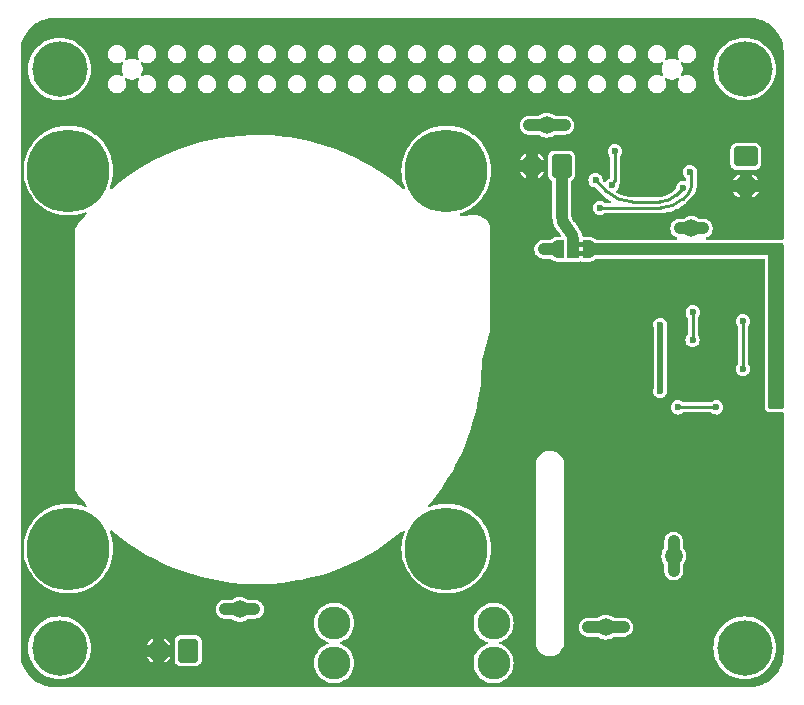
<source format=gbr>
%TF.GenerationSoftware,KiCad,Pcbnew,8.0.8*%
%TF.CreationDate,2025-01-29T16:05:45+00:00*%
%TF.ProjectId,ElectriPi,456c6563-7472-4695-9069-2e6b69636164,rev?*%
%TF.SameCoordinates,PX514cfd0PY31d4590*%
%TF.FileFunction,Copper,L2,Bot*%
%TF.FilePolarity,Positive*%
%FSLAX46Y46*%
G04 Gerber Fmt 4.6, Leading zero omitted, Abs format (unit mm)*
G04 Created by KiCad (PCBNEW 8.0.8) date 2025-01-29 16:05:45*
%MOMM*%
%LPD*%
G01*
G04 APERTURE LIST*
G04 Aperture macros list*
%AMRoundRect*
0 Rectangle with rounded corners*
0 $1 Rounding radius*
0 $2 $3 $4 $5 $6 $7 $8 $9 X,Y pos of 4 corners*
0 Add a 4 corners polygon primitive as box body*
4,1,4,$2,$3,$4,$5,$6,$7,$8,$9,$2,$3,0*
0 Add four circle primitives for the rounded corners*
1,1,$1+$1,$2,$3*
1,1,$1+$1,$4,$5*
1,1,$1+$1,$6,$7*
1,1,$1+$1,$8,$9*
0 Add four rect primitives between the rounded corners*
20,1,$1+$1,$2,$3,$4,$5,0*
20,1,$1+$1,$4,$5,$6,$7,0*
20,1,$1+$1,$6,$7,$8,$9,0*
20,1,$1+$1,$8,$9,$2,$3,0*%
%AMFreePoly0*
4,1,19,0.550000,-0.750000,0.000000,-0.750000,0.000000,-0.744911,-0.071157,-0.744911,-0.207708,-0.704816,-0.327430,-0.627875,-0.420627,-0.520320,-0.479746,-0.390866,-0.500000,-0.250000,-0.500000,0.250000,-0.479746,0.390866,-0.420627,0.520320,-0.327430,0.627875,-0.207708,0.704816,-0.071157,0.744911,0.000000,0.744911,0.000000,0.750000,0.550000,0.750000,0.550000,-0.750000,0.550000,-0.750000,
$1*%
%AMFreePoly1*
4,1,19,0.000000,0.744911,0.071157,0.744911,0.207708,0.704816,0.327430,0.627875,0.420627,0.520320,0.479746,0.390866,0.500000,0.250000,0.500000,-0.250000,0.479746,-0.390866,0.420627,-0.520320,0.327430,-0.627875,0.207708,-0.704816,0.071157,-0.744911,0.000000,-0.744911,0.000000,-0.750000,-0.550000,-0.750000,-0.550000,0.750000,0.000000,0.750000,0.000000,0.744911,0.000000,0.744911,
$1*%
G04 Aperture macros list end*
%TA.AperFunction,EtchedComponent*%
%ADD10C,0.000000*%
%TD*%
%TA.AperFunction,ComponentPad*%
%ADD11C,4.700000*%
%TD*%
%TA.AperFunction,ComponentPad*%
%ADD12RoundRect,0.250000X0.600000X0.750000X-0.600000X0.750000X-0.600000X-0.750000X0.600000X-0.750000X0*%
%TD*%
%TA.AperFunction,ComponentPad*%
%ADD13O,1.700000X2.000000*%
%TD*%
%TA.AperFunction,ComponentPad*%
%ADD14C,0.600000*%
%TD*%
%TA.AperFunction,SMDPad,CuDef*%
%ADD15R,1.600000X1.600000*%
%TD*%
%TA.AperFunction,ComponentPad*%
%ADD16C,2.780000*%
%TD*%
%TA.AperFunction,ComponentPad*%
%ADD17C,7.000000*%
%TD*%
%TA.AperFunction,ComponentPad*%
%ADD18RoundRect,0.250000X-0.750000X0.600000X-0.750000X-0.600000X0.750000X-0.600000X0.750000X0.600000X0*%
%TD*%
%TA.AperFunction,ComponentPad*%
%ADD19O,2.000000X1.700000*%
%TD*%
%TA.AperFunction,SMDPad,CuDef*%
%ADD20C,1.500000*%
%TD*%
%TA.AperFunction,SMDPad,CuDef*%
%ADD21FreePoly0,180.000000*%
%TD*%
%TA.AperFunction,SMDPad,CuDef*%
%ADD22R,1.000000X1.500000*%
%TD*%
%TA.AperFunction,SMDPad,CuDef*%
%ADD23FreePoly1,180.000000*%
%TD*%
%TA.AperFunction,ViaPad*%
%ADD24C,0.600000*%
%TD*%
%TA.AperFunction,Conductor*%
%ADD25C,0.500000*%
%TD*%
%TA.AperFunction,Conductor*%
%ADD26C,0.250000*%
%TD*%
%TA.AperFunction,Conductor*%
%ADD27C,1.000000*%
%TD*%
G04 APERTURE END LIST*
D10*
%TA.AperFunction,EtchedComponent*%
%TO.C,JP1*%
G36*
X47900000Y-19550000D02*
G01*
X47400000Y-19550000D01*
X47400000Y-19150000D01*
X47900000Y-19150000D01*
X47900000Y-19550000D01*
G37*
%TD.AperFunction*%
%TA.AperFunction,EtchedComponent*%
G36*
X47900000Y-20350000D02*
G01*
X47400000Y-20350000D01*
X47400000Y-19950000D01*
X47900000Y-19950000D01*
X47900000Y-20350000D01*
G37*
%TD.AperFunction*%
%TD*%
D11*
%TO.P,H2,1*%
%TO.N,N/C*%
X3500000Y-4500000D03*
%TD*%
D12*
%TO.P,J1,1,Pin_1*%
%TO.N,Net-(J1-Pin_1)*%
X14380000Y-53745996D03*
D13*
%TO.P,J1,2,Pin_2*%
%TO.N,GND*%
X11880000Y-53745996D03*
%TD*%
D14*
%TO.P,IC2,21,PGND_4*%
%TO.N,GND*%
X57000000Y-32000000D03*
X58000000Y-32000000D03*
D15*
X57500000Y-31500000D03*
D14*
X57000000Y-31000000D03*
X58000000Y-31000000D03*
%TD*%
D16*
%TO.P,F1,1*%
%TO.N,Net-(J1-Pin_1)*%
X26740000Y-51400000D03*
X26740000Y-54800000D03*
%TO.P,F1,2*%
%TO.N,Net-(D1-A2)*%
X40240000Y-51400000D03*
X40240000Y-54800000D03*
%TD*%
D12*
%TO.P,J3,1,Pin_1*%
%TO.N,Net-(J3-Pin_1)*%
X46000000Y-12700000D03*
D13*
%TO.P,J3,2,Pin_2*%
%TO.N,GND*%
X43500000Y-12700000D03*
%TD*%
D11*
%TO.P,H3,1*%
%TO.N,N/C*%
X61500000Y-4500000D03*
%TD*%
D17*
%TO.P,U2,1*%
%TO.N,N/C*%
X4250000Y-13100000D03*
%TO.P,U2,2*%
X36250000Y-13100000D03*
%TO.P,U2,3*%
X4250000Y-45100000D03*
%TO.P,U2,4*%
X36250000Y-45100000D03*
%TD*%
D18*
%TO.P,J4,1,Pin_1*%
%TO.N,+5V*%
X61600000Y-11899996D03*
D19*
%TO.P,J4,2,Pin_2*%
%TO.N,GND*%
X61600000Y-14399996D03*
%TD*%
D11*
%TO.P,H1,1*%
%TO.N,N/C*%
X61500000Y-53500000D03*
%TD*%
%TO.P,H4,1*%
%TO.N,N/C*%
X3500000Y-53500000D03*
%TD*%
D20*
%TO.P,TP5,1,1*%
%TO.N,5V_PI*%
X44750000Y-9250000D03*
%TD*%
D21*
%TO.P,JP1,1,A*%
%TO.N,Vin*%
X48300000Y-19750000D03*
D22*
%TO.P,JP1,2,C*%
%TO.N,Net-(J3-Pin_1)*%
X47000000Y-19750000D03*
D23*
%TO.P,JP1,3,B*%
%TO.N,+5V*%
X45700000Y-19750000D03*
%TD*%
D20*
%TO.P,TP4,1,1*%
%TO.N,Vin*%
X55500000Y-45750000D03*
%TD*%
%TO.P,TP1,1,1*%
%TO.N,+5V*%
X57000000Y-18000000D03*
%TD*%
%TO.P,TP6,1,1*%
%TO.N,GND*%
X44750000Y-22750000D03*
%TD*%
%TO.P,TP2,1,1*%
%TO.N,Net-(J1-Pin_1)*%
X18750000Y-50250000D03*
%TD*%
%TO.P,TP3,1,1*%
%TO.N,Net-(D1-A2)*%
X49750000Y-51750000D03*
%TD*%
D24*
%TO.N,VCC*%
X54350000Y-31750000D03*
X61350000Y-25850000D03*
X61350000Y-29900000D03*
X54350000Y-26150000D03*
%TO.N,GND*%
X47250000Y-14250000D03*
X51750000Y-21500000D03*
X62350000Y-33600000D03*
X41000000Y-17750000D03*
X41000000Y-21500000D03*
X61100000Y-32850000D03*
X41000000Y-20750000D03*
X48500000Y-44750000D03*
X62350000Y-36600000D03*
X61350000Y-34100000D03*
X49750000Y-43500000D03*
X60600000Y-32350000D03*
X51000000Y-25000000D03*
X39878000Y-7985000D03*
X42500000Y-19250000D03*
X59100000Y-30150000D03*
X44750000Y-15500000D03*
X61350000Y-38600000D03*
X53250000Y-25000000D03*
X19558000Y-7985000D03*
X41000000Y-14750000D03*
X51000000Y-43500000D03*
X51000000Y-21500000D03*
X54000000Y-22500000D03*
X57250000Y-10000000D03*
X41000000Y-19250000D03*
X59300000Y-23299996D03*
X47000000Y-47250000D03*
X60600000Y-33350000D03*
X24638000Y-1000000D03*
X44958000Y-1889000D03*
X44750000Y-14250000D03*
X48500000Y-45750000D03*
X49750000Y-44750000D03*
X42500000Y-14750000D03*
X55600000Y-29100000D03*
X60600000Y-34100000D03*
X41000000Y-20000000D03*
X44958000Y-1000000D03*
X39878000Y-7096000D03*
X60100000Y-32850000D03*
X47000000Y-45750000D03*
X47000000Y-44750000D03*
X54000000Y-21500000D03*
X57250000Y-10750000D03*
X61600000Y-32350000D03*
X60800000Y-23299996D03*
X51000000Y-39250000D03*
X41000000Y-16600000D03*
X53700000Y-12750000D03*
X19558000Y-7096000D03*
X47250000Y-15000000D03*
X52500000Y-25000000D03*
X53250000Y-21500000D03*
X62350000Y-37600000D03*
X61350000Y-34850000D03*
X41000000Y-24500000D03*
X52500000Y-21500000D03*
X42500000Y-17750000D03*
X14478000Y-1000000D03*
X42500000Y-16600000D03*
X49750000Y-39250000D03*
X61600000Y-33350000D03*
X51000000Y-42000000D03*
X60100000Y-31850000D03*
X50038000Y-1000000D03*
X14478000Y-1889000D03*
X32258000Y-1889000D03*
X51750000Y-25000000D03*
X60600000Y-34850000D03*
X24638000Y-1889000D03*
X41000000Y-25250000D03*
X61100000Y-31850000D03*
X41000000Y-13000000D03*
X48500000Y-39250000D03*
X47000000Y-39250000D03*
X51000000Y-45750000D03*
X62350000Y-27350000D03*
X62350000Y-38600000D03*
X55600000Y-29850000D03*
X61350000Y-37600000D03*
X48500000Y-43500000D03*
X50038000Y-1889000D03*
X54000000Y-25000000D03*
X41000000Y-23750000D03*
X51000000Y-40500000D03*
X53700000Y-15100000D03*
X51000000Y-44750000D03*
X49750000Y-45750000D03*
X62350000Y-32600000D03*
X47000000Y-43500000D03*
X57250000Y-54500000D03*
X41000000Y-23000000D03*
X47000000Y-48750000D03*
X62350000Y-34600000D03*
X58250000Y-52500000D03*
X61350000Y-35600000D03*
X53350000Y-12150000D03*
X53000000Y-12750000D03*
X53000000Y-15100000D03*
X57250000Y-9250000D03*
X54000000Y-23250000D03*
X62350000Y-35600000D03*
X54000000Y-24000000D03*
X41000000Y-22250000D03*
X61350000Y-36600000D03*
X32258000Y-1000000D03*
%TO.N,+5V*%
X58000000Y-18000000D03*
X44500000Y-19750000D03*
X56000000Y-18000000D03*
%TO.N,Vin*%
X64100000Y-29750000D03*
X64100000Y-32000000D03*
X64100000Y-31250000D03*
X55500000Y-44500000D03*
X64100000Y-32750000D03*
X64100000Y-30500000D03*
X55500000Y-47000000D03*
%TO.N,5V_PI*%
X43250000Y-9250000D03*
X46250000Y-9250000D03*
%TO.N,Net-(J1-Pin_1)*%
X17500000Y-50250000D03*
X20000000Y-50250000D03*
%TO.N,SW*%
X59100000Y-33150000D03*
X55850000Y-33150000D03*
%TO.N,Net-(D1-A2)*%
X48250000Y-51750000D03*
X51250000Y-51750000D03*
%TO.N,FB*%
X57090000Y-27450000D03*
X57100000Y-25099996D03*
%TO.N,UVLO*%
X50269999Y-14351951D03*
X50500000Y-11450000D03*
%TO.N,OVLO*%
X56853735Y-13223616D03*
X49250000Y-16250000D03*
%TO.N,Net-(U1-PG)*%
X48874410Y-13922701D03*
X56273713Y-14592403D03*
%TD*%
D25*
%TO.N,VCC*%
X54350000Y-26150000D02*
X54350000Y-31750000D01*
D26*
X61350000Y-29900000D02*
X61350000Y-25850000D01*
D27*
%TO.N,+5V*%
X44500000Y-19750000D02*
X45700000Y-19750000D01*
X56000000Y-18000000D02*
X58000000Y-18000000D01*
%TO.N,Vin*%
X48300000Y-19750000D02*
X64250000Y-19750000D01*
X55500000Y-44500000D02*
X55500000Y-47000000D01*
%TO.N,5V_PI*%
X44750000Y-9250000D02*
X46250000Y-9250000D01*
X44750000Y-9250000D02*
X43250000Y-9250000D01*
%TO.N,Net-(J1-Pin_1)*%
X18750000Y-50250000D02*
X20000000Y-50250000D01*
X18750000Y-50250000D02*
X17500000Y-50250000D01*
D26*
%TO.N,SW*%
X59100000Y-33150000D02*
X55850000Y-33150000D01*
D27*
%TO.N,Net-(J3-Pin_1)*%
X46500000Y-18000000D02*
X46558058Y-18058058D01*
X46000000Y-16792893D02*
X46000000Y-12700000D01*
X47000000Y-19125000D02*
X47000000Y-19750000D01*
X46500000Y-18000000D02*
G75*
G02*
X46000003Y-16792893I1207100J1207100D01*
G01*
X46558058Y-18058058D02*
G75*
G02*
X46999995Y-19125000I-1066958J-1066942D01*
G01*
%TO.N,Net-(D1-A2)*%
X49750000Y-51750000D02*
X48250000Y-51750000D01*
X49750000Y-51750000D02*
X51250000Y-51750000D01*
D26*
%TO.N,FB*%
X57100000Y-25099996D02*
X57100000Y-27440000D01*
%TO.N,UVLO*%
X50500000Y-13959314D02*
X50500000Y-11450000D01*
X50384999Y-14236950D02*
X50269999Y-14351951D01*
X50384999Y-14236950D02*
G75*
G03*
X50500020Y-13959314I-277599J277650D01*
G01*
%TO.N,OVLO*%
X49250000Y-16250000D02*
X54439339Y-16250000D01*
X56727706Y-15022294D02*
X56249999Y-15499999D01*
X57000000Y-14364920D02*
X57000000Y-13473305D01*
X56926867Y-13296748D02*
X56853735Y-13223616D01*
X57000000Y-13473305D02*
G75*
G03*
X56926872Y-13296743I-249700J5D01*
G01*
X54439339Y-16250000D02*
G75*
G03*
X56249988Y-15499988I-39J2560700D01*
G01*
X56727706Y-15022294D02*
G75*
G03*
X57000004Y-14364920I-657406J657394D01*
G01*
%TO.N,Net-(U1-PG)*%
X56273713Y-14592403D02*
X55694914Y-15171201D01*
X49788059Y-14836350D02*
X48874410Y-13922701D01*
X51993804Y-15750000D02*
X54297571Y-15750000D01*
X55694914Y-15171201D02*
G75*
G02*
X54297571Y-15749991I-1397314J1397301D01*
G01*
X49788059Y-14836350D02*
G75*
G03*
X51993804Y-15749995I2205741J2205750D01*
G01*
%TD*%
%TA.AperFunction,Conductor*%
%TO.N,Vin*%
G36*
X64742539Y-19269685D02*
G01*
X64788294Y-19322489D01*
X64799500Y-19374000D01*
X64799500Y-33126000D01*
X64779815Y-33193039D01*
X64727011Y-33238794D01*
X64675500Y-33250000D01*
X63624000Y-33250000D01*
X63556961Y-33230315D01*
X63511206Y-33177511D01*
X63500000Y-33126000D01*
X63500000Y-19374000D01*
X63519685Y-19306961D01*
X63572489Y-19261206D01*
X63624000Y-19250000D01*
X64675500Y-19250000D01*
X64742539Y-19269685D01*
G37*
%TD.AperFunction*%
%TD*%
%TA.AperFunction,Conductor*%
%TO.N,GND*%
G36*
X62002777Y-200655D02*
G01*
X62307898Y-217791D01*
X62318921Y-219033D01*
X62617476Y-269759D01*
X62628270Y-272222D01*
X62919279Y-356061D01*
X62929750Y-359725D01*
X63209523Y-475611D01*
X63219525Y-480428D01*
X63484555Y-626905D01*
X63493955Y-632811D01*
X63740930Y-808049D01*
X63749610Y-814972D01*
X63975399Y-1016750D01*
X63983249Y-1024600D01*
X64185027Y-1250389D01*
X64191950Y-1259069D01*
X64367188Y-1506044D01*
X64373094Y-1515444D01*
X64519571Y-1780474D01*
X64524388Y-1790476D01*
X64640272Y-2070245D01*
X64643939Y-2080724D01*
X64727773Y-2371714D01*
X64730243Y-2382538D01*
X64780965Y-2681073D01*
X64782208Y-2692105D01*
X64799344Y-2997222D01*
X64799500Y-3002773D01*
X64799500Y-18848076D01*
X64780593Y-18906267D01*
X64731093Y-18942231D01*
X64686416Y-18946069D01*
X64677684Y-18944814D01*
X64675500Y-18944500D01*
X63624000Y-18944500D01*
X63591279Y-18948017D01*
X63582767Y-18948933D01*
X63572185Y-18949500D01*
X58297217Y-18949500D01*
X58239026Y-18930593D01*
X58203062Y-18881093D01*
X58203062Y-18819907D01*
X58239026Y-18770407D01*
X58259332Y-18759036D01*
X58379174Y-18709396D01*
X58379173Y-18709396D01*
X58379179Y-18709394D01*
X58510289Y-18621789D01*
X58621789Y-18510289D01*
X58709394Y-18379179D01*
X58769737Y-18233497D01*
X58800500Y-18078842D01*
X58800500Y-17921158D01*
X58769737Y-17766503D01*
X58723880Y-17655794D01*
X58709396Y-17620825D01*
X58709390Y-17620814D01*
X58651809Y-17534639D01*
X58621789Y-17489711D01*
X58510289Y-17378211D01*
X58431827Y-17325784D01*
X58379185Y-17290609D01*
X58379174Y-17290603D01*
X58233497Y-17230263D01*
X58078844Y-17199500D01*
X58078842Y-17199500D01*
X57715924Y-17199500D01*
X57657733Y-17180593D01*
X57653119Y-17177028D01*
X57586452Y-17122317D01*
X57586452Y-17122316D01*
X57403954Y-17024768D01*
X57205934Y-16964699D01*
X57205929Y-16964698D01*
X57000003Y-16944417D01*
X56999997Y-16944417D01*
X56794070Y-16964698D01*
X56794065Y-16964699D01*
X56596045Y-17024768D01*
X56413547Y-17122316D01*
X56413547Y-17122317D01*
X56346881Y-17177028D01*
X56289904Y-17199328D01*
X56284076Y-17199500D01*
X55921155Y-17199500D01*
X55766503Y-17230263D01*
X55766501Y-17230263D01*
X55620825Y-17290603D01*
X55620814Y-17290609D01*
X55489711Y-17378211D01*
X55489707Y-17378214D01*
X55378214Y-17489707D01*
X55378211Y-17489711D01*
X55290609Y-17620814D01*
X55290603Y-17620825D01*
X55230263Y-17766501D01*
X55230263Y-17766503D01*
X55199500Y-17921155D01*
X55199500Y-18078844D01*
X55230263Y-18233496D01*
X55230263Y-18233498D01*
X55290603Y-18379174D01*
X55290609Y-18379185D01*
X55343312Y-18458059D01*
X55378211Y-18510289D01*
X55489711Y-18621789D01*
X55567876Y-18674017D01*
X55620814Y-18709390D01*
X55620825Y-18709396D01*
X55740668Y-18759036D01*
X55787194Y-18798772D01*
X55801478Y-18858267D01*
X55778064Y-18914795D01*
X55725895Y-18946765D01*
X55702783Y-18949500D01*
X48934007Y-18949500D01*
X48875816Y-18930593D01*
X48864003Y-18920504D01*
X48861687Y-18918188D01*
X48861681Y-18918181D01*
X48861671Y-18918172D01*
X48795967Y-18861239D01*
X48795955Y-18861230D01*
X48675018Y-18783509D01*
X48675011Y-18783505D01*
X48675009Y-18783504D01*
X48595913Y-18747382D01*
X48595908Y-18747380D01*
X48595907Y-18747380D01*
X48457959Y-18706875D01*
X48457955Y-18706874D01*
X48371893Y-18694500D01*
X48371889Y-18694500D01*
X47840577Y-18694500D01*
X47782386Y-18675593D01*
X47746422Y-18626093D01*
X47744059Y-18617529D01*
X47713737Y-18484679D01*
X47707362Y-18466461D01*
X47628068Y-18239848D01*
X47560712Y-18099980D01*
X47515528Y-18006153D01*
X47377531Y-17786530D01*
X47377528Y-17786525D01*
X47215806Y-17583730D01*
X47215804Y-17583728D01*
X47179848Y-17547770D01*
X47179848Y-17547769D01*
X47068780Y-17436701D01*
X47063504Y-17430993D01*
X46978706Y-17331707D01*
X46969578Y-17319144D01*
X46903380Y-17211119D01*
X46896335Y-17197292D01*
X46847856Y-17080252D01*
X46843056Y-17065480D01*
X46818861Y-16964699D01*
X46813480Y-16942288D01*
X46811053Y-16926956D01*
X46800805Y-16796733D01*
X46800500Y-16788967D01*
X46800500Y-14030071D01*
X46819407Y-13971880D01*
X46863185Y-13937972D01*
X46863894Y-13937692D01*
X46872342Y-13934361D01*
X46872343Y-13934360D01*
X46872344Y-13934360D01*
X46887720Y-13922700D01*
X48268728Y-13922700D01*
X48268728Y-13922701D01*
X48289365Y-14079459D01*
X48289367Y-14079467D01*
X48349872Y-14225539D01*
X48349872Y-14225540D01*
X48433227Y-14334170D01*
X48446128Y-14350983D01*
X48446132Y-14350986D01*
X48446133Y-14350987D01*
X48475492Y-14373514D01*
X48571569Y-14447237D01*
X48571570Y-14447237D01*
X48571571Y-14447238D01*
X48616437Y-14465822D01*
X48717648Y-14507745D01*
X48845622Y-14524593D01*
X48900845Y-14550933D01*
X48902702Y-14552741D01*
X49443924Y-15093963D01*
X49443926Y-15093966D01*
X49455232Y-15105272D01*
X49455239Y-15105285D01*
X49487182Y-15137227D01*
X49487182Y-15137228D01*
X49610325Y-15260370D01*
X49879564Y-15481328D01*
X50107278Y-15633481D01*
X50121800Y-15643184D01*
X50159680Y-15691234D01*
X50162082Y-15752373D01*
X50128089Y-15803246D01*
X50070686Y-15824424D01*
X50066799Y-15824500D01*
X49715514Y-15824500D01*
X49657323Y-15805593D01*
X49655247Y-15804042D01*
X49552838Y-15725462D01*
X49406766Y-15664957D01*
X49406758Y-15664955D01*
X49250001Y-15644318D01*
X49249999Y-15644318D01*
X49093241Y-15664955D01*
X49093233Y-15664957D01*
X48947161Y-15725462D01*
X48947160Y-15725462D01*
X48821723Y-15821713D01*
X48821713Y-15821723D01*
X48725462Y-15947160D01*
X48725462Y-15947161D01*
X48664957Y-16093233D01*
X48664955Y-16093241D01*
X48644318Y-16249999D01*
X48644318Y-16250000D01*
X48664955Y-16406758D01*
X48664957Y-16406766D01*
X48725462Y-16552838D01*
X48725462Y-16552839D01*
X48819609Y-16675534D01*
X48821718Y-16678282D01*
X48947159Y-16774536D01*
X48947160Y-16774536D01*
X48947161Y-16774537D01*
X48981998Y-16788967D01*
X49093238Y-16835044D01*
X49210809Y-16850522D01*
X49249999Y-16855682D01*
X49250000Y-16855682D01*
X49250001Y-16855682D01*
X49281352Y-16851554D01*
X49406762Y-16835044D01*
X49552841Y-16774536D01*
X49628125Y-16716769D01*
X49655247Y-16695958D01*
X49712923Y-16675534D01*
X49715514Y-16675500D01*
X54378165Y-16675500D01*
X54378168Y-16675501D01*
X54398321Y-16675500D01*
X54398368Y-16675515D01*
X54439345Y-16675514D01*
X54439345Y-16675515D01*
X54586046Y-16675513D01*
X54783493Y-16656063D01*
X54878036Y-16646750D01*
X54878045Y-16646748D01*
X55165786Y-16589509D01*
X55165786Y-16589508D01*
X55165796Y-16589507D01*
X55446563Y-16504335D01*
X55717629Y-16392053D01*
X55717635Y-16392049D01*
X55717639Y-16392048D01*
X55834828Y-16329408D01*
X55976385Y-16253743D01*
X55976390Y-16253739D01*
X55976393Y-16253738D01*
X56026636Y-16220165D01*
X56220338Y-16090738D01*
X56447140Y-15904606D01*
X56499008Y-15852737D01*
X56550874Y-15800873D01*
X56640900Y-15710845D01*
X56977172Y-15374574D01*
X56977178Y-15374570D01*
X56985322Y-15366425D01*
X56985324Y-15366425D01*
X57028583Y-15323165D01*
X57028582Y-15323164D01*
X57057579Y-15294168D01*
X57068190Y-15283558D01*
X57068191Y-15283555D01*
X57073348Y-15278399D01*
X57073383Y-15278357D01*
X57091386Y-15260356D01*
X57199527Y-15119423D01*
X57288348Y-14965580D01*
X57315514Y-14899996D01*
X60521265Y-14899996D01*
X60634408Y-15069328D01*
X60780667Y-15215587D01*
X60952640Y-15330495D01*
X61099999Y-15391533D01*
X61100000Y-15391532D01*
X61100000Y-14899997D01*
X62100000Y-14899997D01*
X62100000Y-15391533D01*
X62247359Y-15330495D01*
X62419332Y-15215587D01*
X62565591Y-15069328D01*
X62678735Y-14899996D01*
X62100001Y-14899996D01*
X62100000Y-14899997D01*
X61100000Y-14899997D01*
X61099999Y-14899996D01*
X60521265Y-14899996D01*
X57315514Y-14899996D01*
X57356330Y-14801461D01*
X57362019Y-14780233D01*
X57395631Y-14654792D01*
X57402309Y-14629872D01*
X57425499Y-14453750D01*
X57425499Y-14432469D01*
X57425500Y-14432460D01*
X57425500Y-14350983D01*
X57425500Y-14350977D01*
X57425501Y-14334170D01*
X61100000Y-14334170D01*
X61100000Y-14465822D01*
X61134075Y-14592989D01*
X61199901Y-14707003D01*
X61292993Y-14800095D01*
X61407007Y-14865921D01*
X61534174Y-14899996D01*
X61665826Y-14899996D01*
X61792993Y-14865921D01*
X61907007Y-14800095D01*
X62000099Y-14707003D01*
X62065925Y-14592989D01*
X62100000Y-14465822D01*
X62100000Y-14334170D01*
X62065925Y-14207003D01*
X62000099Y-14092989D01*
X61907007Y-13999897D01*
X61792993Y-13934071D01*
X61665826Y-13899996D01*
X61534174Y-13899996D01*
X61407007Y-13934071D01*
X61292993Y-13999897D01*
X61199901Y-14092989D01*
X61134075Y-14207003D01*
X61100000Y-14334170D01*
X57425501Y-14334170D01*
X57425502Y-14303751D01*
X57425500Y-14303747D01*
X57425501Y-14296870D01*
X57425500Y-14296840D01*
X57425500Y-13899996D01*
X60521265Y-13899996D01*
X61099999Y-13899996D01*
X61100000Y-13899995D01*
X62100000Y-13899995D01*
X62100001Y-13899996D01*
X62678734Y-13899996D01*
X62565591Y-13730663D01*
X62419329Y-13584401D01*
X62247374Y-13469504D01*
X62247360Y-13469497D01*
X62100000Y-13408458D01*
X62100000Y-13899995D01*
X61100000Y-13899995D01*
X61100000Y-13408458D01*
X60952639Y-13469497D01*
X60952625Y-13469504D01*
X60780670Y-13584401D01*
X60634408Y-13730663D01*
X60521265Y-13899996D01*
X57425500Y-13899996D01*
X57425500Y-13432128D01*
X57433037Y-13394239D01*
X57438779Y-13380378D01*
X57459417Y-13223616D01*
X57459417Y-13223615D01*
X57451822Y-13165925D01*
X57438779Y-13066854D01*
X57378272Y-12920777D01*
X57378272Y-12920776D01*
X57282021Y-12795339D01*
X57282020Y-12795338D01*
X57282017Y-12795334D01*
X57282012Y-12795330D01*
X57282011Y-12795329D01*
X57210839Y-12740717D01*
X57156576Y-12699080D01*
X57156575Y-12699079D01*
X57156573Y-12699078D01*
X57010501Y-12638573D01*
X57010493Y-12638571D01*
X56853736Y-12617934D01*
X56853734Y-12617934D01*
X56696976Y-12638571D01*
X56696968Y-12638573D01*
X56550896Y-12699078D01*
X56550895Y-12699078D01*
X56425458Y-12795329D01*
X56425448Y-12795339D01*
X56329197Y-12920776D01*
X56329197Y-12920777D01*
X56268692Y-13066849D01*
X56268690Y-13066857D01*
X56248053Y-13223615D01*
X56248053Y-13223616D01*
X56268690Y-13380374D01*
X56268692Y-13380382D01*
X56329197Y-13526454D01*
X56329197Y-13526455D01*
X56400869Y-13619860D01*
X56425453Y-13651898D01*
X56425457Y-13651901D01*
X56425458Y-13651902D01*
X56535767Y-13736545D01*
X56570423Y-13786969D01*
X56574500Y-13815087D01*
X56574500Y-13918852D01*
X56555593Y-13977043D01*
X56506093Y-14013007D01*
X56444907Y-14013007D01*
X56437616Y-14010317D01*
X56430476Y-14007359D01*
X56430471Y-14007358D01*
X56273714Y-13986721D01*
X56273712Y-13986721D01*
X56116954Y-14007358D01*
X56116946Y-14007360D01*
X55970874Y-14067865D01*
X55970873Y-14067865D01*
X55845436Y-14164116D01*
X55845426Y-14164126D01*
X55749175Y-14289563D01*
X55749175Y-14289564D01*
X55688670Y-14435636D01*
X55688668Y-14435644D01*
X55671821Y-14563611D01*
X55645480Y-14618836D01*
X55643672Y-14620692D01*
X55437306Y-14827058D01*
X55437300Y-14827066D01*
X55437299Y-14827067D01*
X55437297Y-14827069D01*
X55409391Y-14854976D01*
X55396328Y-14868039D01*
X55391600Y-14872466D01*
X55246415Y-14999790D01*
X55236147Y-15007670D01*
X55078290Y-15113146D01*
X55067075Y-15119621D01*
X54896793Y-15203593D01*
X54884829Y-15208548D01*
X54705056Y-15269572D01*
X54692547Y-15272924D01*
X54506338Y-15309962D01*
X54493498Y-15311652D01*
X54300672Y-15324287D01*
X54294199Y-15324499D01*
X54228427Y-15324499D01*
X54228415Y-15324500D01*
X52062966Y-15324500D01*
X52062954Y-15324499D01*
X51996575Y-15324499D01*
X51991024Y-15324343D01*
X51697733Y-15307873D01*
X51686701Y-15306630D01*
X51399838Y-15257890D01*
X51389015Y-15255420D01*
X51109408Y-15174868D01*
X51098928Y-15171201D01*
X50830099Y-15059848D01*
X50820097Y-15055031D01*
X50673443Y-14973979D01*
X50631659Y-14929283D01*
X50624126Y-14868563D01*
X50653723Y-14815012D01*
X50661055Y-14808797D01*
X50698281Y-14780233D01*
X50794535Y-14654792D01*
X50855043Y-14508713D01*
X50875681Y-14351951D01*
X50868321Y-14296049D01*
X50872320Y-14252535D01*
X50905346Y-14150914D01*
X50905346Y-14150910D01*
X50905348Y-14150906D01*
X50925498Y-14023721D01*
X50925498Y-14023325D01*
X50925500Y-14023300D01*
X50925500Y-13952454D01*
X50925500Y-13950993D01*
X50925503Y-13898151D01*
X50925501Y-13898146D01*
X50925502Y-13891579D01*
X50925500Y-13891533D01*
X50925500Y-11915513D01*
X50944407Y-11857322D01*
X50945958Y-11855246D01*
X50947593Y-11853115D01*
X51024536Y-11752841D01*
X51085044Y-11606762D01*
X51105682Y-11450000D01*
X51085044Y-11293238D01*
X51069988Y-11256889D01*
X60299500Y-11256889D01*
X60299500Y-12543102D01*
X60310123Y-12631561D01*
X60365637Y-12772335D01*
X60365638Y-12772337D01*
X60365639Y-12772338D01*
X60457078Y-12892918D01*
X60577658Y-12984357D01*
X60577659Y-12984357D01*
X60577660Y-12984358D01*
X60635094Y-13007007D01*
X60718436Y-13039873D01*
X60806898Y-13050496D01*
X60806900Y-13050496D01*
X62393100Y-13050496D01*
X62393102Y-13050496D01*
X62481564Y-13039873D01*
X62622342Y-12984357D01*
X62742922Y-12892918D01*
X62834361Y-12772338D01*
X62889877Y-12631560D01*
X62900500Y-12543098D01*
X62900500Y-11256894D01*
X62889877Y-11168432D01*
X62834361Y-11027654D01*
X62742922Y-10907074D01*
X62622342Y-10815635D01*
X62622341Y-10815634D01*
X62622339Y-10815633D01*
X62481565Y-10760119D01*
X62393106Y-10749496D01*
X62393102Y-10749496D01*
X60806898Y-10749496D01*
X60806893Y-10749496D01*
X60718434Y-10760119D01*
X60577660Y-10815633D01*
X60577656Y-10815636D01*
X60457081Y-10907071D01*
X60457075Y-10907077D01*
X60365640Y-11027652D01*
X60365637Y-11027656D01*
X60310123Y-11168430D01*
X60299500Y-11256889D01*
X51069988Y-11256889D01*
X51024537Y-11147161D01*
X51024537Y-11147160D01*
X50928286Y-11021723D01*
X50928285Y-11021722D01*
X50928282Y-11021718D01*
X50928277Y-11021714D01*
X50928276Y-11021713D01*
X50825032Y-10942492D01*
X50802841Y-10925464D01*
X50802840Y-10925463D01*
X50802838Y-10925462D01*
X50656766Y-10864957D01*
X50656758Y-10864955D01*
X50500001Y-10844318D01*
X50499999Y-10844318D01*
X50343241Y-10864955D01*
X50343233Y-10864957D01*
X50197161Y-10925462D01*
X50197160Y-10925462D01*
X50071723Y-11021713D01*
X50071713Y-11021723D01*
X49975462Y-11147160D01*
X49975462Y-11147161D01*
X49914957Y-11293233D01*
X49914955Y-11293241D01*
X49894318Y-11449999D01*
X49894318Y-11450000D01*
X49914955Y-11606758D01*
X49914957Y-11606766D01*
X49975462Y-11752838D01*
X49975462Y-11752839D01*
X49975464Y-11752841D01*
X50052404Y-11853112D01*
X50054042Y-11855246D01*
X50074466Y-11912922D01*
X50074500Y-11915513D01*
X50074500Y-13716802D01*
X50055593Y-13774993D01*
X50013386Y-13808266D01*
X49967159Y-13827414D01*
X49841722Y-13923664D01*
X49841716Y-13923670D01*
X49752143Y-14040404D01*
X49701718Y-14075059D01*
X49640554Y-14073457D01*
X49603597Y-14050140D01*
X49504450Y-13950993D01*
X49476673Y-13896476D01*
X49476309Y-13893966D01*
X49459454Y-13765939D01*
X49439101Y-13716802D01*
X49398947Y-13619862D01*
X49398947Y-13619861D01*
X49302696Y-13494424D01*
X49302695Y-13494423D01*
X49302692Y-13494419D01*
X49302687Y-13494415D01*
X49302686Y-13494414D01*
X49231514Y-13439802D01*
X49177251Y-13398165D01*
X49177250Y-13398164D01*
X49177248Y-13398163D01*
X49031176Y-13337658D01*
X49031168Y-13337656D01*
X48874411Y-13317019D01*
X48874409Y-13317019D01*
X48717651Y-13337656D01*
X48717643Y-13337658D01*
X48571571Y-13398163D01*
X48571570Y-13398163D01*
X48446133Y-13494414D01*
X48446123Y-13494424D01*
X48349872Y-13619861D01*
X48349872Y-13619862D01*
X48289367Y-13765934D01*
X48289365Y-13765942D01*
X48268728Y-13922700D01*
X46887720Y-13922700D01*
X46962465Y-13866018D01*
X46992922Y-13842922D01*
X47084361Y-13722342D01*
X47139877Y-13581564D01*
X47150500Y-13493102D01*
X47150500Y-11906898D01*
X47139877Y-11818436D01*
X47084361Y-11677658D01*
X46992922Y-11557078D01*
X46872342Y-11465639D01*
X46872341Y-11465638D01*
X46872339Y-11465637D01*
X46731565Y-11410123D01*
X46643106Y-11399500D01*
X46643102Y-11399500D01*
X45356898Y-11399500D01*
X45356893Y-11399500D01*
X45268434Y-11410123D01*
X45127660Y-11465637D01*
X45127656Y-11465640D01*
X45007081Y-11557075D01*
X45007075Y-11557081D01*
X44915640Y-11677656D01*
X44915637Y-11677660D01*
X44860123Y-11818434D01*
X44849500Y-11906893D01*
X44849500Y-13493106D01*
X44860123Y-13581565D01*
X44915637Y-13722339D01*
X44915638Y-13722341D01*
X44915639Y-13722342D01*
X45007078Y-13842922D01*
X45007082Y-13842925D01*
X45127656Y-13934360D01*
X45127657Y-13934360D01*
X45127658Y-13934361D01*
X45135039Y-13937271D01*
X45136815Y-13937972D01*
X45184014Y-13976907D01*
X45199500Y-14030071D01*
X45199500Y-16876594D01*
X45199503Y-16876655D01*
X45199503Y-16933715D01*
X45204263Y-16975962D01*
X45231036Y-17213592D01*
X45234841Y-17230263D01*
X45293709Y-17488185D01*
X45386727Y-17754016D01*
X45386730Y-17754023D01*
X45508931Y-18007778D01*
X45609112Y-18167216D01*
X45658778Y-18246259D01*
X45834383Y-18466461D01*
X45834386Y-18466464D01*
X45878210Y-18510289D01*
X45878211Y-18510289D01*
X45893418Y-18525496D01*
X45921195Y-18580013D01*
X45911624Y-18640445D01*
X45868359Y-18683710D01*
X45823414Y-18694500D01*
X45628107Y-18694500D01*
X45542044Y-18706874D01*
X45542040Y-18706875D01*
X45404092Y-18747380D01*
X45404088Y-18747381D01*
X45404087Y-18747382D01*
X45369783Y-18763048D01*
X45324988Y-18783505D01*
X45324981Y-18783509D01*
X45204044Y-18861230D01*
X45204032Y-18861239D01*
X45138328Y-18918172D01*
X45135997Y-18920504D01*
X45081480Y-18948281D01*
X45065993Y-18949500D01*
X44421155Y-18949500D01*
X44266503Y-18980263D01*
X44266501Y-18980263D01*
X44120825Y-19040603D01*
X44120814Y-19040609D01*
X43989711Y-19128211D01*
X43989707Y-19128214D01*
X43878214Y-19239707D01*
X43878211Y-19239711D01*
X43790609Y-19370814D01*
X43790603Y-19370825D01*
X43730263Y-19516501D01*
X43730263Y-19516503D01*
X43699500Y-19671155D01*
X43699500Y-19828844D01*
X43730263Y-19983496D01*
X43730263Y-19983498D01*
X43790603Y-20129174D01*
X43790609Y-20129185D01*
X43843312Y-20208059D01*
X43878211Y-20260289D01*
X43989711Y-20371789D01*
X44067876Y-20424017D01*
X44120814Y-20459390D01*
X44120825Y-20459396D01*
X44174638Y-20481685D01*
X44266503Y-20519737D01*
X44421158Y-20550500D01*
X45065993Y-20550500D01*
X45124184Y-20569407D01*
X45135997Y-20579496D01*
X45138312Y-20581811D01*
X45138319Y-20581819D01*
X45138326Y-20581825D01*
X45138328Y-20581827D01*
X45204032Y-20638760D01*
X45204044Y-20638769D01*
X45324981Y-20716490D01*
X45324986Y-20716493D01*
X45324991Y-20716496D01*
X45404087Y-20752618D01*
X45542042Y-20793125D01*
X45570731Y-20797250D01*
X45628107Y-20805500D01*
X45628111Y-20805500D01*
X46250005Y-20805500D01*
X46264094Y-20804848D01*
X46278188Y-20804197D01*
X46345237Y-20785119D01*
X46406380Y-20787379D01*
X46412312Y-20789771D01*
X46430009Y-20797585D01*
X46455135Y-20800500D01*
X47544864Y-20800499D01*
X47569991Y-20797585D01*
X47582891Y-20791888D01*
X47641073Y-20785138D01*
X47750000Y-20805500D01*
X48371893Y-20805500D01*
X48426945Y-20797584D01*
X48457958Y-20793125D01*
X48595913Y-20752618D01*
X48675009Y-20716496D01*
X48795963Y-20638764D01*
X48861681Y-20581819D01*
X48861693Y-20581804D01*
X48864003Y-20579496D01*
X48918520Y-20551719D01*
X48934007Y-20550500D01*
X63095500Y-20550500D01*
X63153691Y-20569407D01*
X63189655Y-20618907D01*
X63194500Y-20649500D01*
X63194500Y-33126000D01*
X63200444Y-33181291D01*
X63201483Y-33190951D01*
X63212681Y-33242425D01*
X63212685Y-33242441D01*
X63212688Y-33242452D01*
X63223646Y-33280658D01*
X63280325Y-33377571D01*
X63326080Y-33430375D01*
X63370813Y-33472553D01*
X63470889Y-33523439D01*
X63470891Y-33523439D01*
X63470892Y-33523440D01*
X63537921Y-33543122D01*
X63537928Y-33543124D01*
X63624000Y-33555500D01*
X63624001Y-33555500D01*
X64675498Y-33555500D01*
X64675500Y-33555500D01*
X64689914Y-33553950D01*
X64749793Y-33566526D01*
X64790843Y-33611897D01*
X64799500Y-33652382D01*
X64799500Y-53997226D01*
X64799344Y-54002777D01*
X64782208Y-54307894D01*
X64780965Y-54318926D01*
X64730243Y-54617461D01*
X64727773Y-54628285D01*
X64643939Y-54919275D01*
X64640272Y-54929754D01*
X64524388Y-55209523D01*
X64519571Y-55219525D01*
X64373094Y-55484555D01*
X64367188Y-55493955D01*
X64191950Y-55740930D01*
X64185027Y-55749610D01*
X63983249Y-55975399D01*
X63975399Y-55983249D01*
X63749610Y-56185027D01*
X63740930Y-56191950D01*
X63493955Y-56367188D01*
X63484555Y-56373094D01*
X63219525Y-56519571D01*
X63209523Y-56524388D01*
X62929754Y-56640272D01*
X62919275Y-56643939D01*
X62628285Y-56727773D01*
X62617461Y-56730243D01*
X62318926Y-56780965D01*
X62307894Y-56782208D01*
X62002778Y-56799344D01*
X61997227Y-56799500D01*
X3002773Y-56799500D01*
X2997222Y-56799344D01*
X2692105Y-56782208D01*
X2681073Y-56780965D01*
X2382538Y-56730243D01*
X2371716Y-56727773D01*
X2297239Y-56706317D01*
X2080724Y-56643939D01*
X2070245Y-56640272D01*
X1790476Y-56524388D01*
X1780474Y-56519571D01*
X1515444Y-56373094D01*
X1506044Y-56367188D01*
X1259069Y-56191950D01*
X1250389Y-56185027D01*
X1024600Y-55983249D01*
X1016750Y-55975399D01*
X814972Y-55749610D01*
X808049Y-55740930D01*
X632811Y-55493955D01*
X626905Y-55484555D01*
X480428Y-55219525D01*
X475611Y-55209523D01*
X403683Y-55035873D01*
X359725Y-54929750D01*
X356060Y-54919275D01*
X347315Y-54888920D01*
X272222Y-54628270D01*
X269759Y-54617476D01*
X219033Y-54318921D01*
X217791Y-54307894D01*
X217365Y-54300315D01*
X200656Y-54002777D01*
X200500Y-53997226D01*
X200500Y-53499993D01*
X844655Y-53499993D01*
X844655Y-53500006D01*
X864013Y-53820055D01*
X864016Y-53820080D01*
X921813Y-54135462D01*
X921813Y-54135464D01*
X1017209Y-54441599D01*
X1072894Y-54565325D01*
X1148809Y-54734000D01*
X1148813Y-54734008D01*
X1148817Y-54734014D01*
X1314685Y-55008394D01*
X1314689Y-55008400D01*
X1314694Y-55008408D01*
X1512446Y-55260819D01*
X1739181Y-55487554D01*
X1991592Y-55685306D01*
X1991603Y-55685312D01*
X1991605Y-55685314D01*
X2091099Y-55745460D01*
X2266000Y-55851191D01*
X2558402Y-55982791D01*
X2864534Y-56078186D01*
X2968172Y-56097178D01*
X3179919Y-56135983D01*
X3179930Y-56135984D01*
X3179934Y-56135985D01*
X3179937Y-56135985D01*
X3179944Y-56135986D01*
X3499994Y-56155345D01*
X3500000Y-56155345D01*
X3500006Y-56155345D01*
X3820055Y-56135986D01*
X3820060Y-56135985D01*
X3820066Y-56135985D01*
X3820071Y-56135984D01*
X3820080Y-56135983D01*
X3957438Y-56110810D01*
X4135466Y-56078186D01*
X4441598Y-55982791D01*
X4734000Y-55851191D01*
X5008408Y-55685306D01*
X5260819Y-55487554D01*
X5487554Y-55260819D01*
X5685306Y-55008408D01*
X5851191Y-54734000D01*
X5982791Y-54441598D01*
X6043743Y-54245996D01*
X10888463Y-54245996D01*
X10949501Y-54393356D01*
X10949508Y-54393370D01*
X11064405Y-54565325D01*
X11210667Y-54711587D01*
X11380000Y-54824730D01*
X11380000Y-54245997D01*
X12380000Y-54245997D01*
X12380000Y-54824729D01*
X12549332Y-54711587D01*
X12695594Y-54565325D01*
X12810491Y-54393370D01*
X12810498Y-54393356D01*
X12871537Y-54245996D01*
X12380001Y-54245996D01*
X12380000Y-54245997D01*
X11380000Y-54245997D01*
X11379999Y-54245996D01*
X10888463Y-54245996D01*
X6043743Y-54245996D01*
X6078186Y-54135466D01*
X6130109Y-53852131D01*
X6135983Y-53820080D01*
X6135986Y-53820055D01*
X6144447Y-53680170D01*
X11380000Y-53680170D01*
X11380000Y-53811822D01*
X11414075Y-53938989D01*
X11479901Y-54053003D01*
X11572993Y-54146095D01*
X11687007Y-54211921D01*
X11814174Y-54245996D01*
X11945826Y-54245996D01*
X12072993Y-54211921D01*
X12187007Y-54146095D01*
X12280099Y-54053003D01*
X12345925Y-53938989D01*
X12380000Y-53811822D01*
X12380000Y-53680170D01*
X12345925Y-53553003D01*
X12280099Y-53438989D01*
X12187007Y-53345897D01*
X12072993Y-53280071D01*
X11945826Y-53245996D01*
X11814174Y-53245996D01*
X11687007Y-53280071D01*
X11572993Y-53345897D01*
X11479901Y-53438989D01*
X11414075Y-53553003D01*
X11380000Y-53680170D01*
X6144447Y-53680170D01*
X6155345Y-53500006D01*
X6155345Y-53499993D01*
X6139981Y-53245996D01*
X10888463Y-53245996D01*
X11379999Y-53245996D01*
X11380000Y-53245995D01*
X12380000Y-53245995D01*
X12380001Y-53245996D01*
X12871537Y-53245996D01*
X12810498Y-53098635D01*
X12810491Y-53098621D01*
X12713116Y-52952889D01*
X13229500Y-52952889D01*
X13229500Y-54539102D01*
X13240123Y-54627561D01*
X13295637Y-54768335D01*
X13295638Y-54768337D01*
X13295639Y-54768338D01*
X13387078Y-54888918D01*
X13507658Y-54980357D01*
X13507659Y-54980357D01*
X13507660Y-54980358D01*
X13578047Y-55008115D01*
X13648436Y-55035873D01*
X13736898Y-55046496D01*
X13736900Y-55046496D01*
X15023100Y-55046496D01*
X15023102Y-55046496D01*
X15111564Y-55035873D01*
X15252342Y-54980357D01*
X15372922Y-54888918D01*
X15464361Y-54768338D01*
X15519877Y-54627560D01*
X15530500Y-54539098D01*
X15530500Y-52952894D01*
X15519877Y-52864432D01*
X15486742Y-52780407D01*
X15464362Y-52723656D01*
X15464361Y-52723655D01*
X15464361Y-52723654D01*
X15372922Y-52603074D01*
X15252342Y-52511635D01*
X15252341Y-52511634D01*
X15252339Y-52511633D01*
X15111565Y-52456119D01*
X15023106Y-52445496D01*
X15023102Y-52445496D01*
X13736898Y-52445496D01*
X13736893Y-52445496D01*
X13648434Y-52456119D01*
X13507660Y-52511633D01*
X13507656Y-52511636D01*
X13387081Y-52603071D01*
X13387075Y-52603077D01*
X13295640Y-52723652D01*
X13295637Y-52723656D01*
X13240123Y-52864430D01*
X13229500Y-52952889D01*
X12713116Y-52952889D01*
X12695593Y-52926664D01*
X12695591Y-52926662D01*
X12549344Y-52780414D01*
X12549335Y-52780407D01*
X12380000Y-52667259D01*
X12380000Y-53245995D01*
X11380000Y-53245995D01*
X11380000Y-52667260D01*
X11379999Y-52667259D01*
X11210664Y-52780407D01*
X11210655Y-52780414D01*
X11064408Y-52926662D01*
X11064406Y-52926664D01*
X10949508Y-53098621D01*
X10949501Y-53098635D01*
X10888463Y-53245996D01*
X6139981Y-53245996D01*
X6135986Y-53179944D01*
X6135983Y-53179919D01*
X6094379Y-52952895D01*
X6078186Y-52864534D01*
X5982791Y-52558402D01*
X5851191Y-52266000D01*
X5685306Y-51991592D01*
X5487554Y-51739181D01*
X5260819Y-51512446D01*
X5117289Y-51399997D01*
X25044760Y-51399997D01*
X25044760Y-51400002D01*
X25063693Y-51652657D01*
X25063694Y-51652663D01*
X25120075Y-51899684D01*
X25210149Y-52129185D01*
X25212642Y-52135537D01*
X25287964Y-52266000D01*
X25339329Y-52354966D01*
X25339333Y-52354971D01*
X25497296Y-52553052D01*
X25497302Y-52553058D01*
X25683028Y-52725386D01*
X25683030Y-52725387D01*
X25683035Y-52725392D01*
X25892380Y-52868121D01*
X26120659Y-52978054D01*
X26191076Y-52999774D01*
X26209305Y-53005398D01*
X26259337Y-53040618D01*
X26279113Y-53098519D01*
X26261078Y-53156986D01*
X26212121Y-53193687D01*
X26209305Y-53194602D01*
X26120658Y-53221946D01*
X25892387Y-53331875D01*
X25892383Y-53331877D01*
X25892380Y-53331879D01*
X25683035Y-53474608D01*
X25683028Y-53474613D01*
X25497302Y-53646941D01*
X25497296Y-53646947D01*
X25339333Y-53845028D01*
X25339329Y-53845033D01*
X25212643Y-54064460D01*
X25212639Y-54064469D01*
X25120075Y-54300315D01*
X25063694Y-54547336D01*
X25063693Y-54547342D01*
X25044760Y-54799997D01*
X25044760Y-54800002D01*
X25063693Y-55052657D01*
X25063694Y-55052663D01*
X25120075Y-55299684D01*
X25196322Y-55493955D01*
X25212642Y-55535537D01*
X25336236Y-55749610D01*
X25339329Y-55754966D01*
X25339333Y-55754971D01*
X25497296Y-55953052D01*
X25497302Y-55953058D01*
X25683028Y-56125386D01*
X25683030Y-56125387D01*
X25683035Y-56125392D01*
X25892380Y-56268121D01*
X26120659Y-56378054D01*
X26362774Y-56452737D01*
X26613315Y-56490500D01*
X26613320Y-56490500D01*
X26866680Y-56490500D01*
X26866685Y-56490500D01*
X27117226Y-56452737D01*
X27359341Y-56378054D01*
X27587620Y-56268121D01*
X27796965Y-56125392D01*
X27982699Y-55953056D01*
X27982703Y-55953052D01*
X28072170Y-55840862D01*
X28140673Y-55754963D01*
X28267358Y-55535537D01*
X28359925Y-55299681D01*
X28416306Y-55052662D01*
X28435240Y-54800000D01*
X28432867Y-54768339D01*
X28416306Y-54547342D01*
X28416306Y-54547338D01*
X28359925Y-54300319D01*
X28359924Y-54300318D01*
X28359924Y-54300315D01*
X28278236Y-54092179D01*
X28267358Y-54064463D01*
X28140673Y-53845037D01*
X28140666Y-53845028D01*
X27982703Y-53646947D01*
X27982697Y-53646941D01*
X27796971Y-53474613D01*
X27796968Y-53474611D01*
X27796965Y-53474608D01*
X27587620Y-53331879D01*
X27359341Y-53221946D01*
X27270693Y-53194601D01*
X27220662Y-53159382D01*
X27200886Y-53101481D01*
X27218921Y-53043014D01*
X27267877Y-53006314D01*
X27270694Y-53005398D01*
X27359341Y-52978054D01*
X27587620Y-52868121D01*
X27796965Y-52725392D01*
X27965077Y-52569407D01*
X27982697Y-52553058D01*
X27982703Y-52553052D01*
X28072170Y-52440862D01*
X28140673Y-52354963D01*
X28267358Y-52135537D01*
X28359925Y-51899681D01*
X28416306Y-51652662D01*
X28435240Y-51400000D01*
X28435240Y-51399997D01*
X38544760Y-51399997D01*
X38544760Y-51400002D01*
X38563693Y-51652657D01*
X38563694Y-51652663D01*
X38620075Y-51899684D01*
X38710149Y-52129185D01*
X38712642Y-52135537D01*
X38787964Y-52266000D01*
X38839329Y-52354966D01*
X38839333Y-52354971D01*
X38997296Y-52553052D01*
X38997302Y-52553058D01*
X39183028Y-52725386D01*
X39183030Y-52725387D01*
X39183035Y-52725392D01*
X39392380Y-52868121D01*
X39620659Y-52978054D01*
X39691076Y-52999774D01*
X39709305Y-53005398D01*
X39759337Y-53040618D01*
X39779113Y-53098519D01*
X39761078Y-53156986D01*
X39712121Y-53193687D01*
X39709305Y-53194602D01*
X39620658Y-53221946D01*
X39392387Y-53331875D01*
X39392383Y-53331877D01*
X39392380Y-53331879D01*
X39183035Y-53474608D01*
X39183028Y-53474613D01*
X38997302Y-53646941D01*
X38997296Y-53646947D01*
X38839333Y-53845028D01*
X38839329Y-53845033D01*
X38712643Y-54064460D01*
X38712639Y-54064469D01*
X38620075Y-54300315D01*
X38563694Y-54547336D01*
X38563693Y-54547342D01*
X38544760Y-54799997D01*
X38544760Y-54800002D01*
X38563693Y-55052657D01*
X38563694Y-55052663D01*
X38620075Y-55299684D01*
X38696322Y-55493955D01*
X38712642Y-55535537D01*
X38836236Y-55749610D01*
X38839329Y-55754966D01*
X38839333Y-55754971D01*
X38997296Y-55953052D01*
X38997302Y-55953058D01*
X39183028Y-56125386D01*
X39183030Y-56125387D01*
X39183035Y-56125392D01*
X39392380Y-56268121D01*
X39620659Y-56378054D01*
X39862774Y-56452737D01*
X40113315Y-56490500D01*
X40113320Y-56490500D01*
X40366680Y-56490500D01*
X40366685Y-56490500D01*
X40617226Y-56452737D01*
X40859341Y-56378054D01*
X41087620Y-56268121D01*
X41296965Y-56125392D01*
X41482699Y-55953056D01*
X41482703Y-55953052D01*
X41572170Y-55840862D01*
X41640673Y-55754963D01*
X41767358Y-55535537D01*
X41859925Y-55299681D01*
X41916306Y-55052662D01*
X41935240Y-54800000D01*
X41932867Y-54768339D01*
X41916306Y-54547342D01*
X41916306Y-54547338D01*
X41859925Y-54300319D01*
X41859924Y-54300318D01*
X41859924Y-54300315D01*
X41778236Y-54092179D01*
X41767358Y-54064463D01*
X41640673Y-53845037D01*
X41640666Y-53845028D01*
X41482703Y-53646947D01*
X41482697Y-53646941D01*
X41296971Y-53474613D01*
X41296968Y-53474611D01*
X41296965Y-53474608D01*
X41087620Y-53331879D01*
X40859341Y-53221946D01*
X40770693Y-53194601D01*
X40720662Y-53159382D01*
X40700886Y-53101481D01*
X40718921Y-53043014D01*
X40767877Y-53006314D01*
X40770694Y-53005398D01*
X40859341Y-52978054D01*
X41087620Y-52868121D01*
X41296965Y-52725392D01*
X41465077Y-52569407D01*
X41482697Y-52553058D01*
X41482703Y-52553052D01*
X41572170Y-52440862D01*
X41640673Y-52354963D01*
X41767358Y-52135537D01*
X41859925Y-51899681D01*
X41916306Y-51652662D01*
X41935240Y-51400000D01*
X41933053Y-51370821D01*
X41916306Y-51147342D01*
X41916306Y-51147338D01*
X41859925Y-50900319D01*
X41859924Y-50900318D01*
X41859924Y-50900315D01*
X41802878Y-50754967D01*
X41767358Y-50664463D01*
X41640673Y-50445037D01*
X41640666Y-50445028D01*
X41482703Y-50246947D01*
X41482697Y-50246941D01*
X41296971Y-50074613D01*
X41296968Y-50074611D01*
X41296965Y-50074608D01*
X41087620Y-49931879D01*
X40859341Y-49821946D01*
X40617230Y-49747264D01*
X40617227Y-49747263D01*
X40617226Y-49747263D01*
X40617221Y-49747262D01*
X40617220Y-49747262D01*
X40366688Y-49709500D01*
X40366685Y-49709500D01*
X40113315Y-49709500D01*
X40113311Y-49709500D01*
X39862779Y-49747262D01*
X39862769Y-49747264D01*
X39620658Y-49821946D01*
X39392387Y-49931875D01*
X39392383Y-49931877D01*
X39392380Y-49931879D01*
X39183035Y-50074608D01*
X39183028Y-50074613D01*
X38997302Y-50246941D01*
X38997296Y-50246947D01*
X38839333Y-50445028D01*
X38839329Y-50445033D01*
X38712643Y-50664460D01*
X38712639Y-50664469D01*
X38620075Y-50900315D01*
X38563694Y-51147336D01*
X38563693Y-51147342D01*
X38544760Y-51399997D01*
X28435240Y-51399997D01*
X28433053Y-51370821D01*
X28416306Y-51147342D01*
X28416306Y-51147338D01*
X28359925Y-50900319D01*
X28359924Y-50900318D01*
X28359924Y-50900315D01*
X28302878Y-50754967D01*
X28267358Y-50664463D01*
X28140673Y-50445037D01*
X28140666Y-50445028D01*
X27982703Y-50246947D01*
X27982697Y-50246941D01*
X27796971Y-50074613D01*
X27796968Y-50074611D01*
X27796965Y-50074608D01*
X27587620Y-49931879D01*
X27359341Y-49821946D01*
X27117230Y-49747264D01*
X27117227Y-49747263D01*
X27117226Y-49747263D01*
X27117221Y-49747262D01*
X27117220Y-49747262D01*
X26866688Y-49709500D01*
X26866685Y-49709500D01*
X26613315Y-49709500D01*
X26613311Y-49709500D01*
X26362779Y-49747262D01*
X26362769Y-49747264D01*
X26120658Y-49821946D01*
X25892387Y-49931875D01*
X25892383Y-49931877D01*
X25892380Y-49931879D01*
X25683035Y-50074608D01*
X25683028Y-50074613D01*
X25497302Y-50246941D01*
X25497296Y-50246947D01*
X25339333Y-50445028D01*
X25339329Y-50445033D01*
X25212643Y-50664460D01*
X25212639Y-50664469D01*
X25120075Y-50900315D01*
X25063694Y-51147336D01*
X25063693Y-51147342D01*
X25044760Y-51399997D01*
X5117289Y-51399997D01*
X5008408Y-51314694D01*
X5008400Y-51314689D01*
X5008394Y-51314685D01*
X4734014Y-51148817D01*
X4734008Y-51148813D01*
X4734000Y-51148809D01*
X4557577Y-51069407D01*
X4441599Y-51017209D01*
X4135463Y-50921813D01*
X3820080Y-50864016D01*
X3820055Y-50864013D01*
X3500006Y-50844655D01*
X3499994Y-50844655D01*
X3179944Y-50864013D01*
X3179919Y-50864016D01*
X2864537Y-50921813D01*
X2864535Y-50921813D01*
X2558400Y-51017209D01*
X2266006Y-51148806D01*
X2265985Y-51148817D01*
X1991605Y-51314685D01*
X1991586Y-51314698D01*
X1739187Y-51512441D01*
X1739184Y-51512443D01*
X1512443Y-51739184D01*
X1512441Y-51739187D01*
X1314698Y-51991586D01*
X1314685Y-51991605D01*
X1148817Y-52265985D01*
X1148806Y-52266006D01*
X1017209Y-52558400D01*
X921813Y-52864535D01*
X921813Y-52864537D01*
X864016Y-53179919D01*
X864013Y-53179944D01*
X844655Y-53499993D01*
X200500Y-53499993D01*
X200500Y-50171155D01*
X16699500Y-50171155D01*
X16699500Y-50328844D01*
X16730263Y-50483496D01*
X16730263Y-50483498D01*
X16790603Y-50629174D01*
X16790609Y-50629185D01*
X16834197Y-50694417D01*
X16878211Y-50760289D01*
X16989711Y-50871789D01*
X17064577Y-50921813D01*
X17120814Y-50959390D01*
X17120825Y-50959396D01*
X17171204Y-50980263D01*
X17266503Y-51019737D01*
X17421158Y-51050500D01*
X18034076Y-51050500D01*
X18092267Y-51069407D01*
X18096881Y-51072972D01*
X18163547Y-51127682D01*
X18163547Y-51127683D01*
X18163548Y-51127683D01*
X18163550Y-51127685D01*
X18346046Y-51225232D01*
X18483997Y-51267078D01*
X18544065Y-51285300D01*
X18544070Y-51285301D01*
X18749997Y-51305583D01*
X18750000Y-51305583D01*
X18750003Y-51305583D01*
X18955929Y-51285301D01*
X18955934Y-51285300D01*
X19153954Y-51225232D01*
X19336450Y-51127685D01*
X19403119Y-51072972D01*
X19460096Y-51050672D01*
X19465924Y-51050500D01*
X20078841Y-51050500D01*
X20078842Y-51050500D01*
X20233497Y-51019737D01*
X20379179Y-50959394D01*
X20510289Y-50871789D01*
X20621789Y-50760289D01*
X20709394Y-50629179D01*
X20769737Y-50483497D01*
X20800500Y-50328842D01*
X20800500Y-50171158D01*
X20769737Y-50016503D01*
X20709394Y-49870821D01*
X20709393Y-49870819D01*
X20709390Y-49870814D01*
X20674017Y-49817876D01*
X20621789Y-49739711D01*
X20510289Y-49628211D01*
X20458059Y-49593312D01*
X20379185Y-49540609D01*
X20379174Y-49540603D01*
X20233497Y-49480263D01*
X20078844Y-49449500D01*
X20078842Y-49449500D01*
X19465924Y-49449500D01*
X19407733Y-49430593D01*
X19403119Y-49427028D01*
X19336452Y-49372317D01*
X19336452Y-49372316D01*
X19153954Y-49274768D01*
X18955934Y-49214699D01*
X18955929Y-49214698D01*
X18750003Y-49194417D01*
X18749997Y-49194417D01*
X18544070Y-49214698D01*
X18544065Y-49214699D01*
X18346045Y-49274768D01*
X18163547Y-49372316D01*
X18163547Y-49372317D01*
X18096881Y-49427028D01*
X18039904Y-49449328D01*
X18034076Y-49449500D01*
X17421155Y-49449500D01*
X17266503Y-49480263D01*
X17266501Y-49480263D01*
X17120825Y-49540603D01*
X17120814Y-49540609D01*
X16989711Y-49628211D01*
X16989707Y-49628214D01*
X16878214Y-49739707D01*
X16878211Y-49739711D01*
X16790609Y-49870814D01*
X16790603Y-49870825D01*
X16730263Y-50016501D01*
X16730263Y-50016503D01*
X16699500Y-50171155D01*
X200500Y-50171155D01*
X200500Y-13100000D01*
X444616Y-13100000D01*
X464139Y-13484982D01*
X464140Y-13484984D01*
X508567Y-13774993D01*
X522512Y-13866018D01*
X615599Y-14225540D01*
X619137Y-14239202D01*
X619137Y-14239203D01*
X753011Y-14600673D01*
X753012Y-14600674D01*
X922776Y-14946762D01*
X1126673Y-15273885D01*
X1126676Y-15273890D01*
X1126680Y-15273895D01*
X1362634Y-15578722D01*
X1628216Y-15858115D01*
X1920702Y-16109205D01*
X1920705Y-16109207D01*
X2237075Y-16329408D01*
X2237083Y-16329413D01*
X2237089Y-16329417D01*
X2552230Y-16504335D01*
X2574126Y-16516488D01*
X2574125Y-16516488D01*
X2574127Y-16516489D01*
X2574131Y-16516491D01*
X2928370Y-16668507D01*
X3296171Y-16783905D01*
X3673759Y-16861502D01*
X3973682Y-16892001D01*
X4057258Y-16900500D01*
X4057260Y-16900500D01*
X4442742Y-16900500D01*
X4507555Y-16893908D01*
X4826241Y-16861502D01*
X5203829Y-16783905D01*
X5571630Y-16668507D01*
X5660593Y-16630329D01*
X5721521Y-16624757D01*
X5774091Y-16656063D01*
X5798220Y-16712289D01*
X5784692Y-16771960D01*
X5774456Y-16786133D01*
X5609995Y-16975958D01*
X5600924Y-16987422D01*
X5099728Y-17620814D01*
X5084895Y-17639559D01*
X4851481Y-17963167D01*
X4841195Y-17975253D01*
X4830027Y-17986421D01*
X4830023Y-17986427D01*
X4828125Y-17991010D01*
X4816960Y-18011026D01*
X4814057Y-18015050D01*
X4810420Y-18030429D01*
X4805545Y-18045522D01*
X4799500Y-18060118D01*
X4799500Y-18065070D01*
X4796844Y-18087847D01*
X4795702Y-18092674D01*
X4798227Y-18108263D01*
X4799500Y-18124088D01*
X4799500Y-40075907D01*
X4798228Y-40091728D01*
X4795703Y-40107325D01*
X4796843Y-40112148D01*
X4799500Y-40134927D01*
X4799500Y-40139883D01*
X4805545Y-40154479D01*
X4810421Y-40169575D01*
X4814056Y-40184946D01*
X4814057Y-40184949D01*
X4816959Y-40188972D01*
X4828126Y-40208993D01*
X4830024Y-40213574D01*
X4841206Y-40224756D01*
X4851490Y-40236840D01*
X5087250Y-40563669D01*
X5087262Y-40563685D01*
X5617580Y-41233299D01*
X5617592Y-41233313D01*
X5774131Y-41413687D01*
X5797992Y-41470028D01*
X5784180Y-41529634D01*
X5737970Y-41569738D01*
X5677013Y-41575020D01*
X5660321Y-41569553D01*
X5571632Y-41531494D01*
X5571622Y-41531490D01*
X5203828Y-41416094D01*
X4826241Y-41338498D01*
X4442742Y-41299500D01*
X4442740Y-41299500D01*
X4057260Y-41299500D01*
X4057258Y-41299500D01*
X3673758Y-41338498D01*
X3296171Y-41416094D01*
X2928377Y-41531490D01*
X2928367Y-41531494D01*
X2574125Y-41683511D01*
X2237093Y-41870580D01*
X2237075Y-41870591D01*
X1920706Y-42090792D01*
X1920705Y-42090792D01*
X1628218Y-42341882D01*
X1362634Y-42621278D01*
X1126673Y-42926114D01*
X922776Y-43253237D01*
X753012Y-43599325D01*
X753011Y-43599326D01*
X619137Y-43960796D01*
X619137Y-43960797D01*
X619134Y-43960806D01*
X619134Y-43960808D01*
X547333Y-44238119D01*
X522511Y-44333986D01*
X522510Y-44333993D01*
X464140Y-44715015D01*
X464139Y-44715017D01*
X444616Y-45100000D01*
X464139Y-45484982D01*
X464140Y-45484984D01*
X488805Y-45645993D01*
X522512Y-45866018D01*
X597064Y-46153954D01*
X619137Y-46239202D01*
X619137Y-46239203D01*
X753011Y-46600673D01*
X753012Y-46600674D01*
X922776Y-46946762D01*
X1126673Y-47273885D01*
X1126676Y-47273890D01*
X1126680Y-47273895D01*
X1362634Y-47578722D01*
X1486843Y-47709390D01*
X1628218Y-47858117D01*
X1724659Y-47940909D01*
X1920702Y-48109205D01*
X1920705Y-48109207D01*
X2237075Y-48329408D01*
X2237083Y-48329413D01*
X2237089Y-48329417D01*
X2237093Y-48329419D01*
X2574126Y-48516488D01*
X2574125Y-48516488D01*
X2574127Y-48516489D01*
X2574131Y-48516491D01*
X2928370Y-48668507D01*
X3296171Y-48783905D01*
X3673759Y-48861502D01*
X3986461Y-48893300D01*
X4057258Y-48900500D01*
X4057260Y-48900500D01*
X4442742Y-48900500D01*
X4507555Y-48893908D01*
X4826241Y-48861502D01*
X5203829Y-48783905D01*
X5571630Y-48668507D01*
X5925869Y-48516491D01*
X6262911Y-48329417D01*
X6579298Y-48109205D01*
X6871784Y-47858115D01*
X7137366Y-47578722D01*
X7373320Y-47273895D01*
X7577225Y-46946760D01*
X7746987Y-46600675D01*
X7759015Y-46568200D01*
X7880862Y-46239203D01*
X7880862Y-46239202D01*
X7880866Y-46239192D01*
X7977488Y-45866018D01*
X8035860Y-45484984D01*
X8055384Y-45100000D01*
X8035860Y-44715016D01*
X7977488Y-44333982D01*
X7880866Y-43960808D01*
X7779967Y-43688375D01*
X7777488Y-43627241D01*
X7811416Y-43576325D01*
X7868793Y-43555074D01*
X7927702Y-43571608D01*
X7938174Y-43579643D01*
X8022788Y-43654035D01*
X8022792Y-43654039D01*
X8302135Y-43878211D01*
X8688984Y-44188657D01*
X9378531Y-44692813D01*
X10090031Y-45165482D01*
X10822048Y-45605708D01*
X11573104Y-46012603D01*
X12341682Y-46385345D01*
X13126229Y-46723182D01*
X13126235Y-46723184D01*
X13126246Y-46723189D01*
X13925121Y-47025416D01*
X13925139Y-47025422D01*
X13925162Y-47025431D01*
X14736867Y-47291482D01*
X15559705Y-47520798D01*
X16392015Y-47712915D01*
X16868161Y-47800499D01*
X17232096Y-47867443D01*
X17232106Y-47867444D01*
X17232115Y-47867446D01*
X18078309Y-47984079D01*
X18928889Y-48062577D01*
X19782137Y-48102783D01*
X20636330Y-48104616D01*
X20636353Y-48104615D01*
X20636362Y-48104615D01*
X21489706Y-48068073D01*
X21489720Y-48068071D01*
X21489742Y-48068071D01*
X22340651Y-47993222D01*
X23187338Y-47880221D01*
X23187339Y-47880220D01*
X23187345Y-47880220D01*
X23631444Y-47800499D01*
X24028094Y-47729296D01*
X24100478Y-47712915D01*
X24503143Y-47621788D01*
X24861220Y-47540752D01*
X25685034Y-47314968D01*
X26497874Y-47052402D01*
X27298096Y-46753584D01*
X28084085Y-46419116D01*
X28854255Y-46049674D01*
X29607050Y-45646005D01*
X30340949Y-45208924D01*
X31054471Y-44739312D01*
X31746174Y-44238119D01*
X32414663Y-43706357D01*
X32451972Y-43673838D01*
X32562996Y-43577066D01*
X32619285Y-43553084D01*
X32678921Y-43566769D01*
X32719123Y-43612892D01*
X32724537Y-43673838D01*
X32720882Y-43686079D01*
X32619137Y-43960796D01*
X32619137Y-43960797D01*
X32619134Y-43960806D01*
X32619134Y-43960808D01*
X32547333Y-44238119D01*
X32522511Y-44333986D01*
X32522510Y-44333993D01*
X32464140Y-44715015D01*
X32464139Y-44715017D01*
X32444616Y-45100000D01*
X32464139Y-45484982D01*
X32464140Y-45484984D01*
X32488805Y-45645993D01*
X32522512Y-45866018D01*
X32597064Y-46153954D01*
X32619137Y-46239202D01*
X32619137Y-46239203D01*
X32753011Y-46600673D01*
X32753012Y-46600674D01*
X32922776Y-46946762D01*
X33126673Y-47273885D01*
X33126676Y-47273890D01*
X33126680Y-47273895D01*
X33362634Y-47578722D01*
X33486843Y-47709390D01*
X33628218Y-47858117D01*
X33724659Y-47940909D01*
X33920702Y-48109205D01*
X33920705Y-48109207D01*
X34237075Y-48329408D01*
X34237083Y-48329413D01*
X34237089Y-48329417D01*
X34237093Y-48329419D01*
X34574126Y-48516488D01*
X34574125Y-48516488D01*
X34574127Y-48516489D01*
X34574131Y-48516491D01*
X34928370Y-48668507D01*
X35296171Y-48783905D01*
X35673759Y-48861502D01*
X35986461Y-48893300D01*
X36057258Y-48900500D01*
X36057260Y-48900500D01*
X36442742Y-48900500D01*
X36507555Y-48893908D01*
X36826241Y-48861502D01*
X37203829Y-48783905D01*
X37571630Y-48668507D01*
X37925869Y-48516491D01*
X38262911Y-48329417D01*
X38579298Y-48109205D01*
X38871784Y-47858115D01*
X39137366Y-47578722D01*
X39373320Y-47273895D01*
X39577225Y-46946760D01*
X39746987Y-46600675D01*
X39759015Y-46568200D01*
X39880862Y-46239203D01*
X39880862Y-46239202D01*
X39880866Y-46239192D01*
X39977488Y-45866018D01*
X40035860Y-45484984D01*
X40055384Y-45100000D01*
X40035860Y-44715016D01*
X39977488Y-44333982D01*
X39880866Y-43960808D01*
X39880862Y-43960796D01*
X39746988Y-43599326D01*
X39746987Y-43599325D01*
X39585036Y-43269164D01*
X39577225Y-43253240D01*
X39373320Y-42926105D01*
X39137366Y-42621278D01*
X38871784Y-42341885D01*
X38579298Y-42090795D01*
X38579294Y-42090792D01*
X38262924Y-41870591D01*
X38262906Y-41870580D01*
X37925873Y-41683511D01*
X37925874Y-41683511D01*
X37673060Y-41575020D01*
X37571630Y-41531493D01*
X37571627Y-41531492D01*
X37571622Y-41531490D01*
X37203828Y-41416094D01*
X36826241Y-41338498D01*
X36442742Y-41299500D01*
X36442740Y-41299500D01*
X36057260Y-41299500D01*
X36057258Y-41299500D01*
X35673758Y-41338498D01*
X35296171Y-41416094D01*
X34928377Y-41531490D01*
X34928360Y-41531496D01*
X34841772Y-41568654D01*
X34780841Y-41574226D01*
X34728272Y-41542920D01*
X34704143Y-41486693D01*
X34717673Y-41427022D01*
X34728232Y-41412480D01*
X34830228Y-41295968D01*
X35363423Y-40628622D01*
X35866099Y-39937995D01*
X36337240Y-39225482D01*
X36775895Y-38492522D01*
X37097974Y-37894965D01*
X43799500Y-37894965D01*
X43799500Y-53105034D01*
X43824356Y-53245996D01*
X43835976Y-53311899D01*
X43904442Y-53500006D01*
X43907823Y-53509296D01*
X43907824Y-53509299D01*
X44012850Y-53691207D01*
X44012855Y-53691214D01*
X44141925Y-53845033D01*
X44147876Y-53852124D01*
X44308791Y-53987149D01*
X44331050Y-54000000D01*
X44490700Y-54092175D01*
X44490703Y-54092176D01*
X44490705Y-54092176D01*
X44490709Y-54092179D01*
X44688101Y-54164024D01*
X44894970Y-54200500D01*
X44894971Y-54200500D01*
X45105029Y-54200500D01*
X45105030Y-54200500D01*
X45311899Y-54164024D01*
X45509291Y-54092179D01*
X45509296Y-54092175D01*
X45509299Y-54092175D01*
X45577146Y-54053003D01*
X45691209Y-53987149D01*
X45852124Y-53852124D01*
X45987149Y-53691209D01*
X46066942Y-53553003D01*
X46092175Y-53509299D01*
X46092176Y-53509296D01*
X46092175Y-53509296D01*
X46092179Y-53509291D01*
X46095563Y-53499993D01*
X58844655Y-53499993D01*
X58844655Y-53500006D01*
X58864013Y-53820055D01*
X58864016Y-53820080D01*
X58921813Y-54135462D01*
X58921813Y-54135464D01*
X59017209Y-54441599D01*
X59072894Y-54565325D01*
X59148809Y-54734000D01*
X59148813Y-54734008D01*
X59148817Y-54734014D01*
X59314685Y-55008394D01*
X59314689Y-55008400D01*
X59314694Y-55008408D01*
X59512446Y-55260819D01*
X59739181Y-55487554D01*
X59991592Y-55685306D01*
X59991603Y-55685312D01*
X59991605Y-55685314D01*
X60091099Y-55745460D01*
X60266000Y-55851191D01*
X60558402Y-55982791D01*
X60864534Y-56078186D01*
X60968172Y-56097178D01*
X61179919Y-56135983D01*
X61179930Y-56135984D01*
X61179934Y-56135985D01*
X61179937Y-56135985D01*
X61179944Y-56135986D01*
X61499994Y-56155345D01*
X61500000Y-56155345D01*
X61500006Y-56155345D01*
X61820055Y-56135986D01*
X61820060Y-56135985D01*
X61820066Y-56135985D01*
X61820071Y-56135984D01*
X61820080Y-56135983D01*
X61957438Y-56110810D01*
X62135466Y-56078186D01*
X62441598Y-55982791D01*
X62734000Y-55851191D01*
X63008408Y-55685306D01*
X63260819Y-55487554D01*
X63487554Y-55260819D01*
X63685306Y-55008408D01*
X63851191Y-54734000D01*
X63982791Y-54441598D01*
X64078186Y-54135466D01*
X64130109Y-53852131D01*
X64135983Y-53820080D01*
X64135986Y-53820055D01*
X64155345Y-53500006D01*
X64155345Y-53499993D01*
X64135986Y-53179944D01*
X64135983Y-53179919D01*
X64094379Y-52952895D01*
X64078186Y-52864534D01*
X63982791Y-52558402D01*
X63851191Y-52266000D01*
X63685306Y-51991592D01*
X63487554Y-51739181D01*
X63260819Y-51512446D01*
X63008408Y-51314694D01*
X63008400Y-51314689D01*
X63008394Y-51314685D01*
X62734014Y-51148817D01*
X62734008Y-51148813D01*
X62734000Y-51148809D01*
X62557577Y-51069407D01*
X62441599Y-51017209D01*
X62135463Y-50921813D01*
X61820080Y-50864016D01*
X61820055Y-50864013D01*
X61500006Y-50844655D01*
X61499994Y-50844655D01*
X61179944Y-50864013D01*
X61179919Y-50864016D01*
X60864537Y-50921813D01*
X60864535Y-50921813D01*
X60558400Y-51017209D01*
X60266006Y-51148806D01*
X60265985Y-51148817D01*
X59991605Y-51314685D01*
X59991586Y-51314698D01*
X59739187Y-51512441D01*
X59739184Y-51512443D01*
X59512443Y-51739184D01*
X59512441Y-51739187D01*
X59314698Y-51991586D01*
X59314685Y-51991605D01*
X59148817Y-52265985D01*
X59148806Y-52266006D01*
X59017209Y-52558400D01*
X58921813Y-52864535D01*
X58921813Y-52864537D01*
X58864016Y-53179919D01*
X58864013Y-53179944D01*
X58844655Y-53499993D01*
X46095563Y-53499993D01*
X46164024Y-53311899D01*
X46200500Y-53105030D01*
X46200500Y-53000000D01*
X46200500Y-52960118D01*
X46200500Y-51671155D01*
X47449500Y-51671155D01*
X47449500Y-51828844D01*
X47480263Y-51983496D01*
X47480263Y-51983498D01*
X47540603Y-52129174D01*
X47540609Y-52129185D01*
X47593312Y-52208059D01*
X47628211Y-52260289D01*
X47739711Y-52371789D01*
X47817876Y-52424017D01*
X47870814Y-52459390D01*
X47870825Y-52459396D01*
X47924638Y-52481685D01*
X48016503Y-52519737D01*
X48171158Y-52550500D01*
X49034076Y-52550500D01*
X49092267Y-52569407D01*
X49096881Y-52572972D01*
X49163547Y-52627682D01*
X49163547Y-52627683D01*
X49163548Y-52627683D01*
X49163550Y-52627685D01*
X49346046Y-52725232D01*
X49483997Y-52767078D01*
X49544065Y-52785300D01*
X49544070Y-52785301D01*
X49749997Y-52805583D01*
X49750000Y-52805583D01*
X49750003Y-52805583D01*
X49955929Y-52785301D01*
X49955934Y-52785300D01*
X49972064Y-52780407D01*
X50153954Y-52725232D01*
X50336450Y-52627685D01*
X50403119Y-52572972D01*
X50460096Y-52550672D01*
X50465924Y-52550500D01*
X51328841Y-52550500D01*
X51328842Y-52550500D01*
X51483497Y-52519737D01*
X51629179Y-52459394D01*
X51760289Y-52371789D01*
X51871789Y-52260289D01*
X51959394Y-52129179D01*
X52019737Y-51983497D01*
X52050500Y-51828842D01*
X52050500Y-51671158D01*
X52019737Y-51516503D01*
X51959394Y-51370821D01*
X51959393Y-51370819D01*
X51959390Y-51370814D01*
X51902251Y-51285301D01*
X51871789Y-51239711D01*
X51760289Y-51128211D01*
X51708059Y-51093312D01*
X51629185Y-51040609D01*
X51629174Y-51040603D01*
X51483497Y-50980263D01*
X51328844Y-50949500D01*
X51328842Y-50949500D01*
X50465924Y-50949500D01*
X50407733Y-50930593D01*
X50403119Y-50927028D01*
X50336452Y-50872317D01*
X50336452Y-50872316D01*
X50153954Y-50774768D01*
X49955934Y-50714699D01*
X49955929Y-50714698D01*
X49750003Y-50694417D01*
X49749997Y-50694417D01*
X49544070Y-50714698D01*
X49544065Y-50714699D01*
X49346045Y-50774768D01*
X49163547Y-50872316D01*
X49163547Y-50872317D01*
X49096881Y-50927028D01*
X49039904Y-50949328D01*
X49034076Y-50949500D01*
X48171155Y-50949500D01*
X48016503Y-50980263D01*
X48016501Y-50980263D01*
X47870825Y-51040603D01*
X47870814Y-51040609D01*
X47739711Y-51128211D01*
X47739707Y-51128214D01*
X47628214Y-51239707D01*
X47628211Y-51239711D01*
X47540609Y-51370814D01*
X47540603Y-51370825D01*
X47480263Y-51516501D01*
X47480263Y-51516503D01*
X47449500Y-51671155D01*
X46200500Y-51671155D01*
X46200500Y-45749996D01*
X54444417Y-45749996D01*
X54444417Y-45750003D01*
X54464698Y-45955929D01*
X54464699Y-45955934D01*
X54524768Y-46153954D01*
X54622315Y-46336450D01*
X54677028Y-46403118D01*
X54699328Y-46460094D01*
X54699500Y-46465922D01*
X54699500Y-47078844D01*
X54730263Y-47233496D01*
X54730263Y-47233498D01*
X54790603Y-47379174D01*
X54790609Y-47379185D01*
X54843312Y-47458059D01*
X54878211Y-47510289D01*
X54989711Y-47621789D01*
X55059490Y-47668414D01*
X55120814Y-47709390D01*
X55120825Y-47709396D01*
X55168859Y-47729292D01*
X55266503Y-47769737D01*
X55421158Y-47800500D01*
X55421159Y-47800500D01*
X55578841Y-47800500D01*
X55578842Y-47800500D01*
X55733497Y-47769737D01*
X55879179Y-47709394D01*
X56010289Y-47621789D01*
X56121789Y-47510289D01*
X56209394Y-47379179D01*
X56269737Y-47233497D01*
X56300500Y-47078842D01*
X56300500Y-46465922D01*
X56319407Y-46407731D01*
X56322960Y-46403131D01*
X56377685Y-46336450D01*
X56475232Y-46153954D01*
X56535300Y-45955934D01*
X56535301Y-45955929D01*
X56555583Y-45750003D01*
X56555583Y-45749996D01*
X56535301Y-45544070D01*
X56535300Y-45544065D01*
X56517078Y-45483997D01*
X56475232Y-45346046D01*
X56377685Y-45163550D01*
X56325531Y-45100000D01*
X56322972Y-45096881D01*
X56300672Y-45039904D01*
X56300500Y-45034076D01*
X56300500Y-44421159D01*
X56300499Y-44421155D01*
X56269737Y-44266503D01*
X56237488Y-44188647D01*
X56209396Y-44120825D01*
X56209390Y-44120814D01*
X56174017Y-44067876D01*
X56121789Y-43989711D01*
X56010289Y-43878211D01*
X55958059Y-43843312D01*
X55879185Y-43790609D01*
X55879174Y-43790603D01*
X55733497Y-43730263D01*
X55578844Y-43699500D01*
X55578842Y-43699500D01*
X55421158Y-43699500D01*
X55421155Y-43699500D01*
X55266503Y-43730263D01*
X55266501Y-43730263D01*
X55120825Y-43790603D01*
X55120814Y-43790609D01*
X54989711Y-43878211D01*
X54989707Y-43878214D01*
X54878214Y-43989707D01*
X54878211Y-43989711D01*
X54790609Y-44120814D01*
X54790603Y-44120825D01*
X54730263Y-44266501D01*
X54730263Y-44266503D01*
X54699500Y-44421155D01*
X54699500Y-45034076D01*
X54680593Y-45092267D01*
X54677028Y-45096881D01*
X54622317Y-45163547D01*
X54622316Y-45163547D01*
X54524768Y-45346045D01*
X54464699Y-45544065D01*
X54464698Y-45544070D01*
X54444417Y-45749996D01*
X46200500Y-45749996D01*
X46200500Y-37960118D01*
X46200500Y-37894970D01*
X46164024Y-37688101D01*
X46092179Y-37490709D01*
X46092176Y-37490703D01*
X46092175Y-37490700D01*
X46021339Y-37368011D01*
X45987149Y-37308791D01*
X45986161Y-37307613D01*
X45852131Y-37147884D01*
X45852129Y-37147882D01*
X45852124Y-37147876D01*
X45852117Y-37147870D01*
X45852115Y-37147868D01*
X45691214Y-37012855D01*
X45691212Y-37012853D01*
X45691209Y-37012851D01*
X45675339Y-37003688D01*
X45509299Y-36907824D01*
X45509296Y-36907823D01*
X45509291Y-36907821D01*
X45311899Y-36835976D01*
X45270525Y-36828680D01*
X45105034Y-36799500D01*
X45105030Y-36799500D01*
X44894970Y-36799500D01*
X44894965Y-36799500D01*
X44688101Y-36835976D01*
X44490703Y-36907823D01*
X44490700Y-36907824D01*
X44308792Y-37012850D01*
X44308785Y-37012855D01*
X44147884Y-37147868D01*
X44147868Y-37147884D01*
X44012855Y-37308785D01*
X44012850Y-37308792D01*
X43907824Y-37490700D01*
X43907823Y-37490703D01*
X43835976Y-37688101D01*
X43799500Y-37894965D01*
X37097974Y-37894965D01*
X37181178Y-37740595D01*
X37552270Y-36971220D01*
X37888424Y-36185950D01*
X38188958Y-35386370D01*
X38328593Y-34957245D01*
X38453253Y-34574141D01*
X38453257Y-34574126D01*
X38453267Y-34574096D01*
X38680817Y-33750768D01*
X38818133Y-33149999D01*
X55244318Y-33149999D01*
X55244318Y-33150000D01*
X55264955Y-33306758D01*
X55264957Y-33306766D01*
X55325462Y-33452838D01*
X55325462Y-33452839D01*
X55412697Y-33566526D01*
X55421718Y-33578282D01*
X55547159Y-33674536D01*
X55693238Y-33735044D01*
X55810809Y-33750522D01*
X55849999Y-33755682D01*
X55850000Y-33755682D01*
X55850001Y-33755682D01*
X55887371Y-33750762D01*
X56006762Y-33735044D01*
X56152841Y-33674536D01*
X56198235Y-33639703D01*
X56255247Y-33595958D01*
X56312923Y-33575534D01*
X56315514Y-33575500D01*
X58634486Y-33575500D01*
X58692677Y-33594407D01*
X58694753Y-33595958D01*
X58751764Y-33639703D01*
X58797159Y-33674536D01*
X58943238Y-33735044D01*
X59060809Y-33750522D01*
X59099999Y-33755682D01*
X59100000Y-33755682D01*
X59100001Y-33755682D01*
X59137371Y-33750762D01*
X59256762Y-33735044D01*
X59402841Y-33674536D01*
X59528282Y-33578282D01*
X59624536Y-33452841D01*
X59685044Y-33306762D01*
X59705682Y-33150000D01*
X59685044Y-32993238D01*
X59624537Y-32847161D01*
X59624537Y-32847160D01*
X59528286Y-32721723D01*
X59528285Y-32721722D01*
X59528282Y-32721718D01*
X59528277Y-32721714D01*
X59528276Y-32721713D01*
X59402838Y-32625462D01*
X59256766Y-32564957D01*
X59256758Y-32564955D01*
X59100001Y-32544318D01*
X59099999Y-32544318D01*
X58943241Y-32564955D01*
X58943233Y-32564957D01*
X58797161Y-32625462D01*
X58797160Y-32625462D01*
X58694753Y-32704042D01*
X58637077Y-32724466D01*
X58634486Y-32724500D01*
X56315514Y-32724500D01*
X56257323Y-32705593D01*
X56255247Y-32704042D01*
X56152838Y-32625462D01*
X56006766Y-32564957D01*
X56006758Y-32564955D01*
X55850001Y-32544318D01*
X55849999Y-32544318D01*
X55693241Y-32564955D01*
X55693233Y-32564957D01*
X55547161Y-32625462D01*
X55547160Y-32625462D01*
X55421723Y-32721713D01*
X55421713Y-32721723D01*
X55325462Y-32847160D01*
X55325462Y-32847161D01*
X55264957Y-32993233D01*
X55264955Y-32993241D01*
X55244318Y-33149999D01*
X38818133Y-33149999D01*
X38871149Y-32918048D01*
X39023877Y-32077619D01*
X39138694Y-31231176D01*
X39215368Y-30380429D01*
X39253743Y-29527097D01*
X39253754Y-29140953D01*
X39257387Y-29114387D01*
X39938276Y-26671270D01*
X39942170Y-26659987D01*
X39950499Y-26639882D01*
X39950499Y-26639875D01*
X39950969Y-26637516D01*
X39953665Y-26617799D01*
X39953844Y-26615413D01*
X39953846Y-26615409D01*
X39951221Y-26593810D01*
X39950499Y-26581871D01*
X39950499Y-26149999D01*
X53744318Y-26149999D01*
X53744318Y-26150000D01*
X53764955Y-26306758D01*
X53764956Y-26306763D01*
X53791964Y-26371964D01*
X53799500Y-26409850D01*
X53799500Y-31490148D01*
X53791964Y-31528033D01*
X53764957Y-31593232D01*
X53764955Y-31593241D01*
X53744318Y-31749999D01*
X53744318Y-31750000D01*
X53764955Y-31906758D01*
X53764957Y-31906766D01*
X53825462Y-32052838D01*
X53825462Y-32052839D01*
X53844488Y-32077634D01*
X53921718Y-32178282D01*
X54047159Y-32274536D01*
X54193238Y-32335044D01*
X54310809Y-32350522D01*
X54349999Y-32355682D01*
X54350000Y-32355682D01*
X54350001Y-32355682D01*
X54381352Y-32351554D01*
X54506762Y-32335044D01*
X54652841Y-32274536D01*
X54778282Y-32178282D01*
X54874536Y-32052841D01*
X54935044Y-31906762D01*
X54955682Y-31750000D01*
X54935044Y-31593238D01*
X54935042Y-31593232D01*
X54908036Y-31528033D01*
X54900500Y-31490148D01*
X54900500Y-27449999D01*
X56484318Y-27449999D01*
X56484318Y-27450000D01*
X56504955Y-27606758D01*
X56504957Y-27606766D01*
X56565462Y-27752838D01*
X56565462Y-27752839D01*
X56565464Y-27752841D01*
X56661718Y-27878282D01*
X56787159Y-27974536D01*
X56933238Y-28035044D01*
X57050809Y-28050522D01*
X57089999Y-28055682D01*
X57090000Y-28055682D01*
X57090001Y-28055682D01*
X57121352Y-28051554D01*
X57246762Y-28035044D01*
X57392841Y-27974536D01*
X57518282Y-27878282D01*
X57614536Y-27752841D01*
X57675044Y-27606762D01*
X57695682Y-27450000D01*
X57675044Y-27293238D01*
X57614536Y-27147159D01*
X57545958Y-27057785D01*
X57525534Y-27000109D01*
X57525500Y-26997518D01*
X57525500Y-25849999D01*
X60744318Y-25849999D01*
X60744318Y-25850000D01*
X60764955Y-26006758D01*
X60764957Y-26006766D01*
X60825462Y-26152838D01*
X60825462Y-26152839D01*
X60904042Y-26255246D01*
X60924466Y-26312922D01*
X60924500Y-26315513D01*
X60924500Y-29434486D01*
X60905593Y-29492677D01*
X60904042Y-29494753D01*
X60825462Y-29597160D01*
X60825462Y-29597161D01*
X60764957Y-29743233D01*
X60764955Y-29743241D01*
X60744318Y-29899999D01*
X60744318Y-29900000D01*
X60764955Y-30056758D01*
X60764957Y-30056766D01*
X60825462Y-30202838D01*
X60825462Y-30202839D01*
X60825464Y-30202841D01*
X60921718Y-30328282D01*
X61047159Y-30424536D01*
X61193238Y-30485044D01*
X61310809Y-30500522D01*
X61349999Y-30505682D01*
X61350000Y-30505682D01*
X61350001Y-30505682D01*
X61381352Y-30501554D01*
X61506762Y-30485044D01*
X61652841Y-30424536D01*
X61778282Y-30328282D01*
X61874536Y-30202841D01*
X61935044Y-30056762D01*
X61955682Y-29900000D01*
X61935044Y-29743238D01*
X61874537Y-29597161D01*
X61874537Y-29597160D01*
X61795958Y-29494753D01*
X61775534Y-29437077D01*
X61775500Y-29434486D01*
X61775500Y-26315513D01*
X61794407Y-26257322D01*
X61795958Y-26255246D01*
X61874536Y-26152841D01*
X61935044Y-26006762D01*
X61955682Y-25850000D01*
X61935044Y-25693238D01*
X61881908Y-25564956D01*
X61874537Y-25547161D01*
X61874537Y-25547160D01*
X61778286Y-25421723D01*
X61778285Y-25421722D01*
X61778282Y-25421718D01*
X61778277Y-25421714D01*
X61778276Y-25421713D01*
X61652838Y-25325462D01*
X61506766Y-25264957D01*
X61506758Y-25264955D01*
X61350001Y-25244318D01*
X61349999Y-25244318D01*
X61193241Y-25264955D01*
X61193233Y-25264957D01*
X61047161Y-25325462D01*
X61047160Y-25325462D01*
X60921723Y-25421713D01*
X60921713Y-25421723D01*
X60825462Y-25547160D01*
X60825462Y-25547161D01*
X60764957Y-25693233D01*
X60764955Y-25693241D01*
X60744318Y-25849999D01*
X57525500Y-25849999D01*
X57525500Y-25565509D01*
X57544407Y-25507318D01*
X57545958Y-25505242D01*
X57610052Y-25421713D01*
X57624536Y-25402837D01*
X57685044Y-25256758D01*
X57705682Y-25099996D01*
X57685044Y-24943234D01*
X57624537Y-24797157D01*
X57624537Y-24797156D01*
X57528286Y-24671719D01*
X57528285Y-24671718D01*
X57528282Y-24671714D01*
X57528277Y-24671710D01*
X57528276Y-24671709D01*
X57402838Y-24575458D01*
X57256766Y-24514953D01*
X57256758Y-24514951D01*
X57100001Y-24494314D01*
X57099999Y-24494314D01*
X56943241Y-24514951D01*
X56943233Y-24514953D01*
X56797161Y-24575458D01*
X56797160Y-24575458D01*
X56671723Y-24671709D01*
X56671713Y-24671719D01*
X56575462Y-24797156D01*
X56575462Y-24797157D01*
X56514957Y-24943229D01*
X56514955Y-24943237D01*
X56494318Y-25099995D01*
X56494318Y-25099996D01*
X56514955Y-25256754D01*
X56514957Y-25256762D01*
X56575462Y-25402834D01*
X56575462Y-25402835D01*
X56654042Y-25505242D01*
X56674466Y-25562918D01*
X56674500Y-25565509D01*
X56674500Y-26971454D01*
X56655593Y-27029645D01*
X56654042Y-27031721D01*
X56565462Y-27147160D01*
X56565462Y-27147161D01*
X56504957Y-27293233D01*
X56504955Y-27293241D01*
X56484318Y-27449999D01*
X54900500Y-27449999D01*
X54900500Y-26409850D01*
X54908036Y-26371964D01*
X54932492Y-26312922D01*
X54935044Y-26306762D01*
X54955682Y-26150000D01*
X54935044Y-25993238D01*
X54875713Y-25850000D01*
X54874537Y-25847161D01*
X54874537Y-25847160D01*
X54778286Y-25721723D01*
X54778285Y-25721722D01*
X54778282Y-25721718D01*
X54778277Y-25721714D01*
X54778276Y-25721713D01*
X54652838Y-25625462D01*
X54506766Y-25564957D01*
X54506758Y-25564955D01*
X54350001Y-25544318D01*
X54349999Y-25544318D01*
X54193241Y-25564955D01*
X54193233Y-25564957D01*
X54047161Y-25625462D01*
X54047160Y-25625462D01*
X53921723Y-25721713D01*
X53921713Y-25721723D01*
X53825462Y-25847160D01*
X53825462Y-25847161D01*
X53764957Y-25993233D01*
X53764955Y-25993241D01*
X53744318Y-26149999D01*
X39950499Y-26149999D01*
X39950499Y-18108860D01*
X39950500Y-18100020D01*
X39950509Y-18005534D01*
X39920962Y-17818887D01*
X39862577Y-17639162D01*
X39776793Y-17470784D01*
X39665721Y-17317901D01*
X39532099Y-17184278D01*
X39379215Y-17073206D01*
X39379210Y-17073203D01*
X39379206Y-17073201D01*
X39210837Y-16987422D01*
X39210835Y-16987421D01*
X39140885Y-16964698D01*
X39031111Y-16929038D01*
X39031107Y-16929037D01*
X39031106Y-16929037D01*
X38844469Y-16899491D01*
X38844464Y-16899491D01*
X38844259Y-16899491D01*
X38799481Y-16899495D01*
X38798087Y-16899359D01*
X38749665Y-16899500D01*
X38749388Y-16899500D01*
X38701387Y-16899504D01*
X38699990Y-16899643D01*
X37470092Y-16903213D01*
X37411847Y-16884474D01*
X37375740Y-16835079D01*
X37375562Y-16773894D01*
X37411382Y-16724290D01*
X37440166Y-16709753D01*
X37571630Y-16668507D01*
X37925869Y-16516491D01*
X38262911Y-16329417D01*
X38579298Y-16109205D01*
X38871784Y-15858115D01*
X39137366Y-15578722D01*
X39373320Y-15273895D01*
X39577225Y-14946760D01*
X39746987Y-14600675D01*
X39756756Y-14574300D01*
X39880862Y-14239203D01*
X39880862Y-14239202D01*
X39880863Y-14239199D01*
X39880866Y-14239192D01*
X39977488Y-13866018D01*
X40035860Y-13484984D01*
X40050313Y-13200000D01*
X42508463Y-13200000D01*
X42569501Y-13347360D01*
X42569508Y-13347374D01*
X42684405Y-13519329D01*
X42830667Y-13665591D01*
X43000000Y-13778734D01*
X43000000Y-13200001D01*
X44000000Y-13200001D01*
X44000000Y-13778733D01*
X44169332Y-13665591D01*
X44315594Y-13519329D01*
X44430491Y-13347374D01*
X44430498Y-13347360D01*
X44491537Y-13200000D01*
X44000001Y-13200000D01*
X44000000Y-13200001D01*
X43000000Y-13200001D01*
X42999999Y-13200000D01*
X42508463Y-13200000D01*
X40050313Y-13200000D01*
X40055384Y-13100000D01*
X40035860Y-12715016D01*
X40023476Y-12634174D01*
X43000000Y-12634174D01*
X43000000Y-12765826D01*
X43034075Y-12892993D01*
X43099901Y-13007007D01*
X43192993Y-13100099D01*
X43307007Y-13165925D01*
X43434174Y-13200000D01*
X43565826Y-13200000D01*
X43692993Y-13165925D01*
X43807007Y-13100099D01*
X43900099Y-13007007D01*
X43965925Y-12892993D01*
X44000000Y-12765826D01*
X44000000Y-12634174D01*
X43965925Y-12507007D01*
X43900099Y-12392993D01*
X43807007Y-12299901D01*
X43692993Y-12234075D01*
X43565826Y-12200000D01*
X43434174Y-12200000D01*
X43307007Y-12234075D01*
X43192993Y-12299901D01*
X43099901Y-12392993D01*
X43034075Y-12507007D01*
X43000000Y-12634174D01*
X40023476Y-12634174D01*
X39977488Y-12333982D01*
X39942797Y-12200000D01*
X42508463Y-12200000D01*
X42999999Y-12200000D01*
X43000000Y-12199999D01*
X44000000Y-12199999D01*
X44000001Y-12200000D01*
X44491537Y-12200000D01*
X44430498Y-12052639D01*
X44430491Y-12052625D01*
X44315593Y-11880668D01*
X44315591Y-11880666D01*
X44169344Y-11734418D01*
X44169335Y-11734411D01*
X44000000Y-11621263D01*
X44000000Y-12199999D01*
X43000000Y-12199999D01*
X43000000Y-11621264D01*
X42999999Y-11621263D01*
X42830664Y-11734411D01*
X42830655Y-11734418D01*
X42684408Y-11880666D01*
X42684406Y-11880668D01*
X42569508Y-12052625D01*
X42569501Y-12052639D01*
X42508463Y-12200000D01*
X39942797Y-12200000D01*
X39880866Y-11960808D01*
X39880862Y-11960796D01*
X39746988Y-11599326D01*
X39746987Y-11599325D01*
X39704239Y-11512177D01*
X39577225Y-11253240D01*
X39511104Y-11147159D01*
X39373326Y-10926114D01*
X39373323Y-10926111D01*
X39373320Y-10926105D01*
X39137366Y-10621278D01*
X38871784Y-10341885D01*
X38812061Y-10290615D01*
X38622270Y-10127685D01*
X38579298Y-10090795D01*
X38521405Y-10050500D01*
X38262924Y-9870591D01*
X38262906Y-9870580D01*
X37925873Y-9683511D01*
X37925874Y-9683511D01*
X37571632Y-9531494D01*
X37571622Y-9531490D01*
X37203828Y-9416094D01*
X36826241Y-9338498D01*
X36442742Y-9299500D01*
X36442740Y-9299500D01*
X36057260Y-9299500D01*
X36057258Y-9299500D01*
X35673758Y-9338498D01*
X35296171Y-9416094D01*
X34928377Y-9531490D01*
X34928367Y-9531494D01*
X34574125Y-9683511D01*
X34237093Y-9870580D01*
X34237075Y-9870591D01*
X33920706Y-10090792D01*
X33920705Y-10090792D01*
X33628218Y-10341882D01*
X33362634Y-10621278D01*
X33126673Y-10926114D01*
X32922776Y-11253237D01*
X32753012Y-11599325D01*
X32753011Y-11599326D01*
X32619137Y-11960796D01*
X32619137Y-11960797D01*
X32522511Y-12333986D01*
X32522510Y-12333993D01*
X32464140Y-12715015D01*
X32464139Y-12715017D01*
X32444616Y-13100000D01*
X32464139Y-13484982D01*
X32464140Y-13484984D01*
X32508567Y-13774993D01*
X32522512Y-13866018D01*
X32615599Y-14225540D01*
X32619137Y-14239202D01*
X32619137Y-14239203D01*
X32721764Y-14516303D01*
X32724244Y-14577438D01*
X32690316Y-14628355D01*
X32632939Y-14649605D01*
X32574030Y-14633071D01*
X32565054Y-14626325D01*
X32189295Y-14308943D01*
X32189285Y-14308935D01*
X31519171Y-13792227D01*
X30826699Y-13305837D01*
X30113278Y-12850757D01*
X29850374Y-12699078D01*
X29380310Y-12427881D01*
X28629245Y-12038043D01*
X27861574Y-11682019D01*
X27861562Y-11682014D01*
X27078825Y-11360516D01*
X26662439Y-11210782D01*
X26282530Y-11074165D01*
X26282523Y-11074163D01*
X26282518Y-11074161D01*
X25474302Y-10823546D01*
X25474296Y-10823544D01*
X25474285Y-10823541D01*
X24655687Y-10609136D01*
X24655688Y-10609136D01*
X24655672Y-10609132D01*
X23828366Y-10431378D01*
X22993933Y-10290615D01*
X22463288Y-10225231D01*
X22154078Y-10187131D01*
X22154070Y-10187130D01*
X22154067Y-10187130D01*
X21310447Y-10121128D01*
X20464717Y-10092738D01*
X20464713Y-10092738D01*
X20464712Y-10092738D01*
X20416749Y-10093263D01*
X19618560Y-10102015D01*
X18914635Y-10141113D01*
X18773644Y-10148945D01*
X18773641Y-10148945D01*
X18773628Y-10148946D01*
X17931675Y-10233429D01*
X17094266Y-10355308D01*
X16263147Y-10514329D01*
X15439893Y-10710192D01*
X14626228Y-10942486D01*
X14626216Y-10942489D01*
X14626209Y-10942492D01*
X13950340Y-11168430D01*
X13823648Y-11210782D01*
X13033843Y-11514517D01*
X12258309Y-11853115D01*
X11498627Y-12225889D01*
X10756303Y-12632096D01*
X10032774Y-13070949D01*
X9329515Y-13541556D01*
X8647878Y-14043012D01*
X7989241Y-14574300D01*
X7938860Y-14618783D01*
X7882725Y-14643123D01*
X7823003Y-14629819D01*
X7782508Y-14583952D01*
X7776706Y-14523042D01*
X7780496Y-14510197D01*
X7880866Y-14239192D01*
X7977488Y-13866018D01*
X8035860Y-13484984D01*
X8055384Y-13100000D01*
X8035860Y-12715016D01*
X7977488Y-12333982D01*
X7880866Y-11960808D01*
X7880862Y-11960796D01*
X7746988Y-11599326D01*
X7746987Y-11599325D01*
X7704239Y-11512177D01*
X7577225Y-11253240D01*
X7511104Y-11147159D01*
X7373326Y-10926114D01*
X7373323Y-10926111D01*
X7373320Y-10926105D01*
X7137366Y-10621278D01*
X6871784Y-10341885D01*
X6812061Y-10290615D01*
X6622270Y-10127685D01*
X6579298Y-10090795D01*
X6521405Y-10050500D01*
X6262924Y-9870591D01*
X6262906Y-9870580D01*
X5925873Y-9683511D01*
X5925874Y-9683511D01*
X5571632Y-9531494D01*
X5571622Y-9531490D01*
X5203828Y-9416094D01*
X4826241Y-9338498D01*
X4442742Y-9299500D01*
X4442740Y-9299500D01*
X4057260Y-9299500D01*
X4057258Y-9299500D01*
X3673758Y-9338498D01*
X3296171Y-9416094D01*
X2928377Y-9531490D01*
X2928367Y-9531494D01*
X2574125Y-9683511D01*
X2237093Y-9870580D01*
X2237075Y-9870591D01*
X1920706Y-10090792D01*
X1920705Y-10090792D01*
X1628218Y-10341882D01*
X1362634Y-10621278D01*
X1126673Y-10926114D01*
X922776Y-11253237D01*
X753012Y-11599325D01*
X753011Y-11599326D01*
X619137Y-11960796D01*
X619137Y-11960797D01*
X522511Y-12333986D01*
X522510Y-12333993D01*
X464140Y-12715015D01*
X464139Y-12715017D01*
X444616Y-13100000D01*
X200500Y-13100000D01*
X200500Y-9171155D01*
X42449500Y-9171155D01*
X42449500Y-9328844D01*
X42480263Y-9483496D01*
X42480263Y-9483498D01*
X42540603Y-9629174D01*
X42540609Y-9629185D01*
X42593312Y-9708059D01*
X42628211Y-9760289D01*
X42739711Y-9871789D01*
X42817876Y-9924017D01*
X42870814Y-9959390D01*
X42870825Y-9959396D01*
X42924638Y-9981685D01*
X43016503Y-10019737D01*
X43171158Y-10050500D01*
X44034076Y-10050500D01*
X44092267Y-10069407D01*
X44096881Y-10072972D01*
X44163547Y-10127682D01*
X44163547Y-10127683D01*
X44163548Y-10127683D01*
X44163550Y-10127685D01*
X44346046Y-10225232D01*
X44483997Y-10267078D01*
X44544065Y-10285300D01*
X44544070Y-10285301D01*
X44749997Y-10305583D01*
X44750000Y-10305583D01*
X44750003Y-10305583D01*
X44955929Y-10285301D01*
X44955934Y-10285300D01*
X45153954Y-10225232D01*
X45336450Y-10127685D01*
X45403119Y-10072972D01*
X45460096Y-10050672D01*
X45465924Y-10050500D01*
X46328841Y-10050500D01*
X46328842Y-10050500D01*
X46483497Y-10019737D01*
X46629179Y-9959394D01*
X46760289Y-9871789D01*
X46871789Y-9760289D01*
X46959394Y-9629179D01*
X47019737Y-9483497D01*
X47050500Y-9328842D01*
X47050500Y-9171158D01*
X47019737Y-9016503D01*
X46959394Y-8870821D01*
X46959393Y-8870819D01*
X46959390Y-8870814D01*
X46924017Y-8817876D01*
X46871789Y-8739711D01*
X46760289Y-8628211D01*
X46708059Y-8593312D01*
X46629185Y-8540609D01*
X46629174Y-8540603D01*
X46483497Y-8480263D01*
X46328844Y-8449500D01*
X46328842Y-8449500D01*
X45465924Y-8449500D01*
X45407733Y-8430593D01*
X45403119Y-8427028D01*
X45336452Y-8372317D01*
X45336452Y-8372316D01*
X45153954Y-8274768D01*
X44955934Y-8214699D01*
X44955929Y-8214698D01*
X44750003Y-8194417D01*
X44749997Y-8194417D01*
X44544070Y-8214698D01*
X44544065Y-8214699D01*
X44346045Y-8274768D01*
X44163547Y-8372316D01*
X44163547Y-8372317D01*
X44096881Y-8427028D01*
X44039904Y-8449328D01*
X44034076Y-8449500D01*
X43171155Y-8449500D01*
X43016503Y-8480263D01*
X43016501Y-8480263D01*
X42870825Y-8540603D01*
X42870814Y-8540609D01*
X42739711Y-8628211D01*
X42739707Y-8628214D01*
X42628214Y-8739707D01*
X42628211Y-8739711D01*
X42540609Y-8870814D01*
X42540603Y-8870825D01*
X42480263Y-9016501D01*
X42480263Y-9016503D01*
X42449500Y-9171155D01*
X200500Y-9171155D01*
X200500Y-4499993D01*
X844655Y-4499993D01*
X844655Y-4500006D01*
X864013Y-4820055D01*
X864016Y-4820080D01*
X921813Y-5135462D01*
X921813Y-5135464D01*
X1017209Y-5441599D01*
X1115835Y-5660735D01*
X1148809Y-5734000D01*
X1148813Y-5734008D01*
X1148817Y-5734014D01*
X1314685Y-6008394D01*
X1314689Y-6008400D01*
X1314694Y-6008408D01*
X1512446Y-6260819D01*
X1739181Y-6487554D01*
X1991592Y-6685306D01*
X2266000Y-6851191D01*
X2558402Y-6982791D01*
X2864534Y-7078186D01*
X2968172Y-7097178D01*
X3179919Y-7135983D01*
X3179930Y-7135984D01*
X3179934Y-7135985D01*
X3179937Y-7135985D01*
X3179944Y-7135986D01*
X3499994Y-7155345D01*
X3500000Y-7155345D01*
X3500006Y-7155345D01*
X3820055Y-7135986D01*
X3820060Y-7135985D01*
X3820066Y-7135985D01*
X3820071Y-7135984D01*
X3820080Y-7135983D01*
X3957438Y-7110810D01*
X4135466Y-7078186D01*
X4441598Y-6982791D01*
X4734000Y-6851191D01*
X5008408Y-6685306D01*
X5260819Y-6487554D01*
X5487554Y-6260819D01*
X5685306Y-6008408D01*
X5851191Y-5734000D01*
X5982791Y-5441598D01*
X6078186Y-5135466D01*
X6117428Y-4921331D01*
X6135983Y-4820080D01*
X6135986Y-4820055D01*
X6155345Y-4500006D01*
X6155345Y-4499993D01*
X6135986Y-4179944D01*
X6135983Y-4179919D01*
X6095130Y-3956995D01*
X6078186Y-3864534D01*
X5982791Y-3558402D01*
X5851191Y-3266000D01*
X5783908Y-3154700D01*
X7605500Y-3154700D01*
X7605500Y-3305299D01*
X7634879Y-3452995D01*
X7634879Y-3452997D01*
X7692507Y-3592124D01*
X7692508Y-3592126D01*
X7692509Y-3592127D01*
X7776174Y-3717340D01*
X7882660Y-3823826D01*
X8007873Y-3907491D01*
X8007874Y-3907491D01*
X8007875Y-3907492D01*
X8039393Y-3920547D01*
X8147004Y-3965121D01*
X8294703Y-3994500D01*
X8294704Y-3994500D01*
X8445296Y-3994500D01*
X8445297Y-3994500D01*
X8592996Y-3965121D01*
X8732127Y-3907491D01*
X8740999Y-3901562D01*
X8799882Y-3884951D01*
X8857287Y-3906124D01*
X8891284Y-3956995D01*
X8888887Y-4018133D01*
X8878319Y-4038875D01*
X8851740Y-4078653D01*
X8851732Y-4078668D01*
X8784683Y-4240540D01*
X8784683Y-4240542D01*
X8750500Y-4412389D01*
X8750500Y-4587610D01*
X8784683Y-4759457D01*
X8784683Y-4759459D01*
X8851732Y-4921331D01*
X8851737Y-4921341D01*
X8878319Y-4961123D01*
X8894927Y-5020011D01*
X8873749Y-5077415D01*
X8822875Y-5111407D01*
X8761737Y-5109005D01*
X8741004Y-5098440D01*
X8732127Y-5092509D01*
X8732125Y-5092508D01*
X8732122Y-5092506D01*
X8592996Y-5034879D01*
X8445299Y-5005500D01*
X8445297Y-5005500D01*
X8294703Y-5005500D01*
X8294700Y-5005500D01*
X8147004Y-5034879D01*
X8147002Y-5034879D01*
X8007875Y-5092507D01*
X7882660Y-5176174D01*
X7882656Y-5176177D01*
X7776177Y-5282656D01*
X7776174Y-5282660D01*
X7692507Y-5407875D01*
X7634879Y-5547002D01*
X7634879Y-5547004D01*
X7605500Y-5694700D01*
X7605500Y-5845299D01*
X7634879Y-5992995D01*
X7634879Y-5992997D01*
X7692507Y-6132124D01*
X7692508Y-6132126D01*
X7692509Y-6132127D01*
X7776174Y-6257340D01*
X7882660Y-6363826D01*
X8007873Y-6447491D01*
X8147004Y-6505121D01*
X8294703Y-6534500D01*
X8294704Y-6534500D01*
X8445296Y-6534500D01*
X8445297Y-6534500D01*
X8592996Y-6505121D01*
X8732127Y-6447491D01*
X8857340Y-6363826D01*
X8963826Y-6257340D01*
X9047491Y-6132127D01*
X9105121Y-5992996D01*
X9134500Y-5845297D01*
X9134500Y-5694703D01*
X9105121Y-5547004D01*
X9047491Y-5407873D01*
X9041561Y-5398998D01*
X9024951Y-5340114D01*
X9046126Y-5282709D01*
X9096998Y-5248714D01*
X9158137Y-5251114D01*
X9178877Y-5261681D01*
X9218656Y-5288261D01*
X9218668Y-5288267D01*
X9278463Y-5313034D01*
X9380542Y-5355317D01*
X9552392Y-5389500D01*
X9552393Y-5389500D01*
X9727607Y-5389500D01*
X9727608Y-5389500D01*
X9899458Y-5355317D01*
X10061336Y-5288265D01*
X10069651Y-5282709D01*
X10101122Y-5261681D01*
X10160010Y-5245072D01*
X10217413Y-5266249D01*
X10251407Y-5317122D01*
X10249005Y-5378261D01*
X10238440Y-5398997D01*
X10232507Y-5407876D01*
X10174879Y-5547002D01*
X10174879Y-5547004D01*
X10145500Y-5694700D01*
X10145500Y-5845299D01*
X10174879Y-5992995D01*
X10174879Y-5992997D01*
X10232507Y-6132124D01*
X10232508Y-6132126D01*
X10232509Y-6132127D01*
X10316174Y-6257340D01*
X10422660Y-6363826D01*
X10547873Y-6447491D01*
X10687004Y-6505121D01*
X10834703Y-6534500D01*
X10834704Y-6534500D01*
X10985296Y-6534500D01*
X10985297Y-6534500D01*
X11132996Y-6505121D01*
X11272127Y-6447491D01*
X11397340Y-6363826D01*
X11503826Y-6257340D01*
X11587491Y-6132127D01*
X11645121Y-5992996D01*
X11674500Y-5845297D01*
X11674500Y-5694703D01*
X11674499Y-5694700D01*
X12685500Y-5694700D01*
X12685500Y-5845299D01*
X12714879Y-5992995D01*
X12714879Y-5992997D01*
X12772507Y-6132124D01*
X12772508Y-6132126D01*
X12772509Y-6132127D01*
X12856174Y-6257340D01*
X12962660Y-6363826D01*
X13087873Y-6447491D01*
X13227004Y-6505121D01*
X13374703Y-6534500D01*
X13374704Y-6534500D01*
X13525296Y-6534500D01*
X13525297Y-6534500D01*
X13672996Y-6505121D01*
X13812127Y-6447491D01*
X13937340Y-6363826D01*
X14043826Y-6257340D01*
X14127491Y-6132127D01*
X14185121Y-5992996D01*
X14214500Y-5845297D01*
X14214500Y-5694703D01*
X14214499Y-5694700D01*
X15225500Y-5694700D01*
X15225500Y-5845299D01*
X15254879Y-5992995D01*
X15254879Y-5992997D01*
X15312507Y-6132124D01*
X15312508Y-6132126D01*
X15312509Y-6132127D01*
X15396174Y-6257340D01*
X15502660Y-6363826D01*
X15627873Y-6447491D01*
X15767004Y-6505121D01*
X15914703Y-6534500D01*
X15914704Y-6534500D01*
X16065296Y-6534500D01*
X16065297Y-6534500D01*
X16212996Y-6505121D01*
X16352127Y-6447491D01*
X16477340Y-6363826D01*
X16583826Y-6257340D01*
X16667491Y-6132127D01*
X16725121Y-5992996D01*
X16754500Y-5845297D01*
X16754500Y-5694703D01*
X16754499Y-5694700D01*
X17765500Y-5694700D01*
X17765500Y-5845299D01*
X17794879Y-5992995D01*
X17794879Y-5992997D01*
X17852507Y-6132124D01*
X17852508Y-6132126D01*
X17852509Y-6132127D01*
X17936174Y-6257340D01*
X18042660Y-6363826D01*
X18167873Y-6447491D01*
X18307004Y-6505121D01*
X18454703Y-6534500D01*
X18454704Y-6534500D01*
X18605296Y-6534500D01*
X18605297Y-6534500D01*
X18752996Y-6505121D01*
X18892127Y-6447491D01*
X19017340Y-6363826D01*
X19123826Y-6257340D01*
X19207491Y-6132127D01*
X19265121Y-5992996D01*
X19294500Y-5845297D01*
X19294500Y-5694703D01*
X19294499Y-5694700D01*
X20305500Y-5694700D01*
X20305500Y-5845299D01*
X20334879Y-5992995D01*
X20334879Y-5992997D01*
X20392507Y-6132124D01*
X20392508Y-6132126D01*
X20392509Y-6132127D01*
X20476174Y-6257340D01*
X20582660Y-6363826D01*
X20707873Y-6447491D01*
X20847004Y-6505121D01*
X20994703Y-6534500D01*
X20994704Y-6534500D01*
X21145296Y-6534500D01*
X21145297Y-6534500D01*
X21292996Y-6505121D01*
X21432127Y-6447491D01*
X21557340Y-6363826D01*
X21663826Y-6257340D01*
X21747491Y-6132127D01*
X21805121Y-5992996D01*
X21834500Y-5845297D01*
X21834500Y-5694703D01*
X21834499Y-5694700D01*
X22845500Y-5694700D01*
X22845500Y-5845299D01*
X22874879Y-5992995D01*
X22874879Y-5992997D01*
X22932507Y-6132124D01*
X22932508Y-6132126D01*
X22932509Y-6132127D01*
X23016174Y-6257340D01*
X23122660Y-6363826D01*
X23247873Y-6447491D01*
X23387004Y-6505121D01*
X23534703Y-6534500D01*
X23534704Y-6534500D01*
X23685296Y-6534500D01*
X23685297Y-6534500D01*
X23832996Y-6505121D01*
X23972127Y-6447491D01*
X24097340Y-6363826D01*
X24203826Y-6257340D01*
X24287491Y-6132127D01*
X24345121Y-5992996D01*
X24374500Y-5845297D01*
X24374500Y-5694703D01*
X24374499Y-5694700D01*
X25385500Y-5694700D01*
X25385500Y-5845299D01*
X25414879Y-5992995D01*
X25414879Y-5992997D01*
X25472507Y-6132124D01*
X25472508Y-6132126D01*
X25472509Y-6132127D01*
X25556174Y-6257340D01*
X25662660Y-6363826D01*
X25787873Y-6447491D01*
X25927004Y-6505121D01*
X26074703Y-6534500D01*
X26074704Y-6534500D01*
X26225296Y-6534500D01*
X26225297Y-6534500D01*
X26372996Y-6505121D01*
X26512127Y-6447491D01*
X26637340Y-6363826D01*
X26743826Y-6257340D01*
X26827491Y-6132127D01*
X26885121Y-5992996D01*
X26914500Y-5845297D01*
X26914500Y-5694703D01*
X26914499Y-5694700D01*
X27925500Y-5694700D01*
X27925500Y-5845299D01*
X27954879Y-5992995D01*
X27954879Y-5992997D01*
X28012507Y-6132124D01*
X28012508Y-6132126D01*
X28012509Y-6132127D01*
X28096174Y-6257340D01*
X28202660Y-6363826D01*
X28327873Y-6447491D01*
X28467004Y-6505121D01*
X28614703Y-6534500D01*
X28614704Y-6534500D01*
X28765296Y-6534500D01*
X28765297Y-6534500D01*
X28912996Y-6505121D01*
X29052127Y-6447491D01*
X29177340Y-6363826D01*
X29283826Y-6257340D01*
X29367491Y-6132127D01*
X29425121Y-5992996D01*
X29454500Y-5845297D01*
X29454500Y-5694703D01*
X29454499Y-5694700D01*
X30465500Y-5694700D01*
X30465500Y-5845299D01*
X30494879Y-5992995D01*
X30494879Y-5992997D01*
X30552507Y-6132124D01*
X30552508Y-6132126D01*
X30552509Y-6132127D01*
X30636174Y-6257340D01*
X30742660Y-6363826D01*
X30867873Y-6447491D01*
X31007004Y-6505121D01*
X31154703Y-6534500D01*
X31154704Y-6534500D01*
X31305296Y-6534500D01*
X31305297Y-6534500D01*
X31452996Y-6505121D01*
X31592127Y-6447491D01*
X31717340Y-6363826D01*
X31823826Y-6257340D01*
X31907491Y-6132127D01*
X31965121Y-5992996D01*
X31994500Y-5845297D01*
X31994500Y-5694703D01*
X31994499Y-5694700D01*
X33005500Y-5694700D01*
X33005500Y-5845299D01*
X33034879Y-5992995D01*
X33034879Y-5992997D01*
X33092507Y-6132124D01*
X33092508Y-6132126D01*
X33092509Y-6132127D01*
X33176174Y-6257340D01*
X33282660Y-6363826D01*
X33407873Y-6447491D01*
X33547004Y-6505121D01*
X33694703Y-6534500D01*
X33694704Y-6534500D01*
X33845296Y-6534500D01*
X33845297Y-6534500D01*
X33992996Y-6505121D01*
X34132127Y-6447491D01*
X34257340Y-6363826D01*
X34363826Y-6257340D01*
X34447491Y-6132127D01*
X34505121Y-5992996D01*
X34534500Y-5845297D01*
X34534500Y-5694703D01*
X34534499Y-5694700D01*
X35545500Y-5694700D01*
X35545500Y-5845299D01*
X35574879Y-5992995D01*
X35574879Y-5992997D01*
X35632507Y-6132124D01*
X35632508Y-6132126D01*
X35632509Y-6132127D01*
X35716174Y-6257340D01*
X35822660Y-6363826D01*
X35947873Y-6447491D01*
X36087004Y-6505121D01*
X36234703Y-6534500D01*
X36234704Y-6534500D01*
X36385296Y-6534500D01*
X36385297Y-6534500D01*
X36532996Y-6505121D01*
X36672127Y-6447491D01*
X36797340Y-6363826D01*
X36903826Y-6257340D01*
X36987491Y-6132127D01*
X37045121Y-5992996D01*
X37074500Y-5845297D01*
X37074500Y-5694703D01*
X37074499Y-5694700D01*
X38085500Y-5694700D01*
X38085500Y-5845299D01*
X38114879Y-5992995D01*
X38114879Y-5992997D01*
X38172507Y-6132124D01*
X38172508Y-6132126D01*
X38172509Y-6132127D01*
X38256174Y-6257340D01*
X38362660Y-6363826D01*
X38487873Y-6447491D01*
X38627004Y-6505121D01*
X38774703Y-6534500D01*
X38774704Y-6534500D01*
X38925296Y-6534500D01*
X38925297Y-6534500D01*
X39072996Y-6505121D01*
X39212127Y-6447491D01*
X39337340Y-6363826D01*
X39443826Y-6257340D01*
X39527491Y-6132127D01*
X39585121Y-5992996D01*
X39614500Y-5845297D01*
X39614500Y-5694703D01*
X39614499Y-5694700D01*
X40625500Y-5694700D01*
X40625500Y-5845299D01*
X40654879Y-5992995D01*
X40654879Y-5992997D01*
X40712507Y-6132124D01*
X40712508Y-6132126D01*
X40712509Y-6132127D01*
X40796174Y-6257340D01*
X40902660Y-6363826D01*
X41027873Y-6447491D01*
X41167004Y-6505121D01*
X41314703Y-6534500D01*
X41314704Y-6534500D01*
X41465296Y-6534500D01*
X41465297Y-6534500D01*
X41612996Y-6505121D01*
X41752127Y-6447491D01*
X41877340Y-6363826D01*
X41983826Y-6257340D01*
X42067491Y-6132127D01*
X42125121Y-5992996D01*
X42154500Y-5845297D01*
X42154500Y-5694703D01*
X42154499Y-5694700D01*
X43165500Y-5694700D01*
X43165500Y-5845299D01*
X43194879Y-5992995D01*
X43194879Y-5992997D01*
X43252507Y-6132124D01*
X43252508Y-6132126D01*
X43252509Y-6132127D01*
X43336174Y-6257340D01*
X43442660Y-6363826D01*
X43567873Y-6447491D01*
X43707004Y-6505121D01*
X43854703Y-6534500D01*
X43854704Y-6534500D01*
X44005296Y-6534500D01*
X44005297Y-6534500D01*
X44152996Y-6505121D01*
X44292127Y-6447491D01*
X44417340Y-6363826D01*
X44523826Y-6257340D01*
X44607491Y-6132127D01*
X44665121Y-5992996D01*
X44694500Y-5845297D01*
X44694500Y-5694703D01*
X44694499Y-5694700D01*
X45705500Y-5694700D01*
X45705500Y-5845299D01*
X45734879Y-5992995D01*
X45734879Y-5992997D01*
X45792507Y-6132124D01*
X45792508Y-6132126D01*
X45792509Y-6132127D01*
X45876174Y-6257340D01*
X45982660Y-6363826D01*
X46107873Y-6447491D01*
X46247004Y-6505121D01*
X46394703Y-6534500D01*
X46394704Y-6534500D01*
X46545296Y-6534500D01*
X46545297Y-6534500D01*
X46692996Y-6505121D01*
X46832127Y-6447491D01*
X46957340Y-6363826D01*
X47063826Y-6257340D01*
X47147491Y-6132127D01*
X47205121Y-5992996D01*
X47234500Y-5845297D01*
X47234500Y-5694703D01*
X47234499Y-5694700D01*
X48245500Y-5694700D01*
X48245500Y-5845299D01*
X48274879Y-5992995D01*
X48274879Y-5992997D01*
X48332507Y-6132124D01*
X48332508Y-6132126D01*
X48332509Y-6132127D01*
X48416174Y-6257340D01*
X48522660Y-6363826D01*
X48647873Y-6447491D01*
X48787004Y-6505121D01*
X48934703Y-6534500D01*
X48934704Y-6534500D01*
X49085296Y-6534500D01*
X49085297Y-6534500D01*
X49232996Y-6505121D01*
X49372127Y-6447491D01*
X49497340Y-6363826D01*
X49603826Y-6257340D01*
X49687491Y-6132127D01*
X49745121Y-5992996D01*
X49774500Y-5845297D01*
X49774500Y-5694703D01*
X49774499Y-5694700D01*
X50785500Y-5694700D01*
X50785500Y-5845299D01*
X50814879Y-5992995D01*
X50814879Y-5992997D01*
X50872507Y-6132124D01*
X50872508Y-6132126D01*
X50872509Y-6132127D01*
X50956174Y-6257340D01*
X51062660Y-6363826D01*
X51187873Y-6447491D01*
X51327004Y-6505121D01*
X51474703Y-6534500D01*
X51474704Y-6534500D01*
X51625296Y-6534500D01*
X51625297Y-6534500D01*
X51772996Y-6505121D01*
X51912127Y-6447491D01*
X52037340Y-6363826D01*
X52143826Y-6257340D01*
X52227491Y-6132127D01*
X52285121Y-5992996D01*
X52314500Y-5845297D01*
X52314500Y-5694703D01*
X52285121Y-5547004D01*
X52227491Y-5407873D01*
X52143826Y-5282660D01*
X52037340Y-5176174D01*
X51912127Y-5092509D01*
X51912126Y-5092508D01*
X51912124Y-5092507D01*
X51772996Y-5034879D01*
X51625299Y-5005500D01*
X51625297Y-5005500D01*
X51474703Y-5005500D01*
X51474700Y-5005500D01*
X51327004Y-5034879D01*
X51327002Y-5034879D01*
X51187875Y-5092507D01*
X51062660Y-5176174D01*
X51062656Y-5176177D01*
X50956177Y-5282656D01*
X50956174Y-5282660D01*
X50872507Y-5407875D01*
X50814879Y-5547002D01*
X50814879Y-5547004D01*
X50785500Y-5694700D01*
X49774499Y-5694700D01*
X49745121Y-5547004D01*
X49687491Y-5407873D01*
X49603826Y-5282660D01*
X49497340Y-5176174D01*
X49372127Y-5092509D01*
X49372126Y-5092508D01*
X49372124Y-5092507D01*
X49232996Y-5034879D01*
X49085299Y-5005500D01*
X49085297Y-5005500D01*
X48934703Y-5005500D01*
X48934700Y-5005500D01*
X48787004Y-5034879D01*
X48787002Y-5034879D01*
X48647875Y-5092507D01*
X48522660Y-5176174D01*
X48522656Y-5176177D01*
X48416177Y-5282656D01*
X48416174Y-5282660D01*
X48332507Y-5407875D01*
X48274879Y-5547002D01*
X48274879Y-5547004D01*
X48245500Y-5694700D01*
X47234499Y-5694700D01*
X47205121Y-5547004D01*
X47147491Y-5407873D01*
X47063826Y-5282660D01*
X46957340Y-5176174D01*
X46832127Y-5092509D01*
X46832126Y-5092508D01*
X46832124Y-5092507D01*
X46692996Y-5034879D01*
X46545299Y-5005500D01*
X46545297Y-5005500D01*
X46394703Y-5005500D01*
X46394700Y-5005500D01*
X46247004Y-5034879D01*
X46247002Y-5034879D01*
X46107875Y-5092507D01*
X45982660Y-5176174D01*
X45982656Y-5176177D01*
X45876177Y-5282656D01*
X45876174Y-5282660D01*
X45792507Y-5407875D01*
X45734879Y-5547002D01*
X45734879Y-5547004D01*
X45705500Y-5694700D01*
X44694499Y-5694700D01*
X44665121Y-5547004D01*
X44607491Y-5407873D01*
X44523826Y-5282660D01*
X44417340Y-5176174D01*
X44292127Y-5092509D01*
X44292126Y-5092508D01*
X44292124Y-5092507D01*
X44152996Y-5034879D01*
X44005299Y-5005500D01*
X44005297Y-5005500D01*
X43854703Y-5005500D01*
X43854700Y-5005500D01*
X43707004Y-5034879D01*
X43707002Y-5034879D01*
X43567875Y-5092507D01*
X43442660Y-5176174D01*
X43442656Y-5176177D01*
X43336177Y-5282656D01*
X43336174Y-5282660D01*
X43252507Y-5407875D01*
X43194879Y-5547002D01*
X43194879Y-5547004D01*
X43165500Y-5694700D01*
X42154499Y-5694700D01*
X42125121Y-5547004D01*
X42067491Y-5407873D01*
X41983826Y-5282660D01*
X41877340Y-5176174D01*
X41752127Y-5092509D01*
X41752126Y-5092508D01*
X41752124Y-5092507D01*
X41612996Y-5034879D01*
X41465299Y-5005500D01*
X41465297Y-5005500D01*
X41314703Y-5005500D01*
X41314700Y-5005500D01*
X41167004Y-5034879D01*
X41167002Y-5034879D01*
X41027875Y-5092507D01*
X40902660Y-5176174D01*
X40902656Y-5176177D01*
X40796177Y-5282656D01*
X40796174Y-5282660D01*
X40712507Y-5407875D01*
X40654879Y-5547002D01*
X40654879Y-5547004D01*
X40625500Y-5694700D01*
X39614499Y-5694700D01*
X39585121Y-5547004D01*
X39527491Y-5407873D01*
X39443826Y-5282660D01*
X39337340Y-5176174D01*
X39212127Y-5092509D01*
X39212126Y-5092508D01*
X39212124Y-5092507D01*
X39072996Y-5034879D01*
X38925299Y-5005500D01*
X38925297Y-5005500D01*
X38774703Y-5005500D01*
X38774700Y-5005500D01*
X38627004Y-5034879D01*
X38627002Y-5034879D01*
X38487875Y-5092507D01*
X38362660Y-5176174D01*
X38362656Y-5176177D01*
X38256177Y-5282656D01*
X38256174Y-5282660D01*
X38172507Y-5407875D01*
X38114879Y-5547002D01*
X38114879Y-5547004D01*
X38085500Y-5694700D01*
X37074499Y-5694700D01*
X37045121Y-5547004D01*
X36987491Y-5407873D01*
X36903826Y-5282660D01*
X36797340Y-5176174D01*
X36672127Y-5092509D01*
X36672126Y-5092508D01*
X36672124Y-5092507D01*
X36532996Y-5034879D01*
X36385299Y-5005500D01*
X36385297Y-5005500D01*
X36234703Y-5005500D01*
X36234700Y-5005500D01*
X36087004Y-5034879D01*
X36087002Y-5034879D01*
X35947875Y-5092507D01*
X35822660Y-5176174D01*
X35822656Y-5176177D01*
X35716177Y-5282656D01*
X35716174Y-5282660D01*
X35632507Y-5407875D01*
X35574879Y-5547002D01*
X35574879Y-5547004D01*
X35545500Y-5694700D01*
X34534499Y-5694700D01*
X34505121Y-5547004D01*
X34447491Y-5407873D01*
X34363826Y-5282660D01*
X34257340Y-5176174D01*
X34132127Y-5092509D01*
X34132126Y-5092508D01*
X34132124Y-5092507D01*
X33992996Y-5034879D01*
X33845299Y-5005500D01*
X33845297Y-5005500D01*
X33694703Y-5005500D01*
X33694700Y-5005500D01*
X33547004Y-5034879D01*
X33547002Y-5034879D01*
X33407875Y-5092507D01*
X33282660Y-5176174D01*
X33282656Y-5176177D01*
X33176177Y-5282656D01*
X33176174Y-5282660D01*
X33092507Y-5407875D01*
X33034879Y-5547002D01*
X33034879Y-5547004D01*
X33005500Y-5694700D01*
X31994499Y-5694700D01*
X31965121Y-5547004D01*
X31907491Y-5407873D01*
X31823826Y-5282660D01*
X31717340Y-5176174D01*
X31592127Y-5092509D01*
X31592126Y-5092508D01*
X31592124Y-5092507D01*
X31452996Y-5034879D01*
X31305299Y-5005500D01*
X31305297Y-5005500D01*
X31154703Y-5005500D01*
X31154700Y-5005500D01*
X31007004Y-5034879D01*
X31007002Y-5034879D01*
X30867875Y-5092507D01*
X30742660Y-5176174D01*
X30742656Y-5176177D01*
X30636177Y-5282656D01*
X30636174Y-5282660D01*
X30552507Y-5407875D01*
X30494879Y-5547002D01*
X30494879Y-5547004D01*
X30465500Y-5694700D01*
X29454499Y-5694700D01*
X29425121Y-5547004D01*
X29367491Y-5407873D01*
X29283826Y-5282660D01*
X29177340Y-5176174D01*
X29052127Y-5092509D01*
X29052126Y-5092508D01*
X29052124Y-5092507D01*
X28912996Y-5034879D01*
X28765299Y-5005500D01*
X28765297Y-5005500D01*
X28614703Y-5005500D01*
X28614700Y-5005500D01*
X28467004Y-5034879D01*
X28467002Y-5034879D01*
X28327875Y-5092507D01*
X28202660Y-5176174D01*
X28202656Y-5176177D01*
X28096177Y-5282656D01*
X28096174Y-5282660D01*
X28012507Y-5407875D01*
X27954879Y-5547002D01*
X27954879Y-5547004D01*
X27925500Y-5694700D01*
X26914499Y-5694700D01*
X26885121Y-5547004D01*
X26827491Y-5407873D01*
X26743826Y-5282660D01*
X26637340Y-5176174D01*
X26512127Y-5092509D01*
X26512126Y-5092508D01*
X26512124Y-5092507D01*
X26372996Y-5034879D01*
X26225299Y-5005500D01*
X26225297Y-5005500D01*
X26074703Y-5005500D01*
X26074700Y-5005500D01*
X25927004Y-5034879D01*
X25927002Y-5034879D01*
X25787875Y-5092507D01*
X25662660Y-5176174D01*
X25662656Y-5176177D01*
X25556177Y-5282656D01*
X25556174Y-5282660D01*
X25472507Y-5407875D01*
X25414879Y-5547002D01*
X25414879Y-5547004D01*
X25385500Y-5694700D01*
X24374499Y-5694700D01*
X24345121Y-5547004D01*
X24287491Y-5407873D01*
X24203826Y-5282660D01*
X24097340Y-5176174D01*
X23972127Y-5092509D01*
X23972126Y-5092508D01*
X23972124Y-5092507D01*
X23832996Y-5034879D01*
X23685299Y-5005500D01*
X23685297Y-5005500D01*
X23534703Y-5005500D01*
X23534700Y-5005500D01*
X23387004Y-5034879D01*
X23387002Y-5034879D01*
X23247875Y-5092507D01*
X23122660Y-5176174D01*
X23122656Y-5176177D01*
X23016177Y-5282656D01*
X23016174Y-5282660D01*
X22932507Y-5407875D01*
X22874879Y-5547002D01*
X22874879Y-5547004D01*
X22845500Y-5694700D01*
X21834499Y-5694700D01*
X21805121Y-5547004D01*
X21747491Y-5407873D01*
X21663826Y-5282660D01*
X21557340Y-5176174D01*
X21432127Y-5092509D01*
X21432126Y-5092508D01*
X21432124Y-5092507D01*
X21292996Y-5034879D01*
X21145299Y-5005500D01*
X21145297Y-5005500D01*
X20994703Y-5005500D01*
X20994700Y-5005500D01*
X20847004Y-5034879D01*
X20847002Y-5034879D01*
X20707875Y-5092507D01*
X20582660Y-5176174D01*
X20582656Y-5176177D01*
X20476177Y-5282656D01*
X20476174Y-5282660D01*
X20392507Y-5407875D01*
X20334879Y-5547002D01*
X20334879Y-5547004D01*
X20305500Y-5694700D01*
X19294499Y-5694700D01*
X19265121Y-5547004D01*
X19207491Y-5407873D01*
X19123826Y-5282660D01*
X19017340Y-5176174D01*
X18892127Y-5092509D01*
X18892126Y-5092508D01*
X18892124Y-5092507D01*
X18752996Y-5034879D01*
X18605299Y-5005500D01*
X18605297Y-5005500D01*
X18454703Y-5005500D01*
X18454700Y-5005500D01*
X18307004Y-5034879D01*
X18307002Y-5034879D01*
X18167875Y-5092507D01*
X18042660Y-5176174D01*
X18042656Y-5176177D01*
X17936177Y-5282656D01*
X17936174Y-5282660D01*
X17852507Y-5407875D01*
X17794879Y-5547002D01*
X17794879Y-5547004D01*
X17765500Y-5694700D01*
X16754499Y-5694700D01*
X16725121Y-5547004D01*
X16667491Y-5407873D01*
X16583826Y-5282660D01*
X16477340Y-5176174D01*
X16352127Y-5092509D01*
X16352126Y-5092508D01*
X16352124Y-5092507D01*
X16212996Y-5034879D01*
X16065299Y-5005500D01*
X16065297Y-5005500D01*
X15914703Y-5005500D01*
X15914700Y-5005500D01*
X15767004Y-5034879D01*
X15767002Y-5034879D01*
X15627875Y-5092507D01*
X15502660Y-5176174D01*
X15502656Y-5176177D01*
X15396177Y-5282656D01*
X15396174Y-5282660D01*
X15312507Y-5407875D01*
X15254879Y-5547002D01*
X15254879Y-5547004D01*
X15225500Y-5694700D01*
X14214499Y-5694700D01*
X14185121Y-5547004D01*
X14127491Y-5407873D01*
X14043826Y-5282660D01*
X13937340Y-5176174D01*
X13812127Y-5092509D01*
X13812126Y-5092508D01*
X13812124Y-5092507D01*
X13672996Y-5034879D01*
X13525299Y-5005500D01*
X13525297Y-5005500D01*
X13374703Y-5005500D01*
X13374700Y-5005500D01*
X13227004Y-5034879D01*
X13227002Y-5034879D01*
X13087875Y-5092507D01*
X12962660Y-5176174D01*
X12962656Y-5176177D01*
X12856177Y-5282656D01*
X12856174Y-5282660D01*
X12772507Y-5407875D01*
X12714879Y-5547002D01*
X12714879Y-5547004D01*
X12685500Y-5694700D01*
X11674499Y-5694700D01*
X11645121Y-5547004D01*
X11587491Y-5407873D01*
X11503826Y-5282660D01*
X11397340Y-5176174D01*
X11272127Y-5092509D01*
X11272126Y-5092508D01*
X11272124Y-5092507D01*
X11132996Y-5034879D01*
X10985299Y-5005500D01*
X10985297Y-5005500D01*
X10834703Y-5005500D01*
X10834700Y-5005500D01*
X10687004Y-5034879D01*
X10687002Y-5034879D01*
X10547876Y-5092507D01*
X10538997Y-5098440D01*
X10480108Y-5115048D01*
X10422705Y-5093870D01*
X10388713Y-5042996D01*
X10391115Y-4981857D01*
X10401681Y-4961122D01*
X10428261Y-4921342D01*
X10428261Y-4921341D01*
X10428265Y-4921336D01*
X10495317Y-4759458D01*
X10529500Y-4587608D01*
X10529500Y-4412392D01*
X10495317Y-4240542D01*
X10428265Y-4078664D01*
X10428261Y-4078656D01*
X10401681Y-4038877D01*
X10385072Y-3979988D01*
X10406250Y-3922585D01*
X10457123Y-3888592D01*
X10518261Y-3890994D01*
X10538995Y-3901559D01*
X10547873Y-3907491D01*
X10687004Y-3965121D01*
X10834703Y-3994500D01*
X10834704Y-3994500D01*
X10985296Y-3994500D01*
X10985297Y-3994500D01*
X11132996Y-3965121D01*
X11272127Y-3907491D01*
X11397340Y-3823826D01*
X11503826Y-3717340D01*
X11587491Y-3592127D01*
X11645121Y-3452996D01*
X11674500Y-3305297D01*
X11674500Y-3154703D01*
X11674499Y-3154700D01*
X12685500Y-3154700D01*
X12685500Y-3305299D01*
X12714879Y-3452995D01*
X12714879Y-3452997D01*
X12772507Y-3592124D01*
X12772508Y-3592126D01*
X12772509Y-3592127D01*
X12856174Y-3717340D01*
X12962660Y-3823826D01*
X13087873Y-3907491D01*
X13087874Y-3907491D01*
X13087875Y-3907492D01*
X13119393Y-3920547D01*
X13227004Y-3965121D01*
X13374703Y-3994500D01*
X13374704Y-3994500D01*
X13525296Y-3994500D01*
X13525297Y-3994500D01*
X13672996Y-3965121D01*
X13812127Y-3907491D01*
X13937340Y-3823826D01*
X14043826Y-3717340D01*
X14127491Y-3592127D01*
X14185121Y-3452996D01*
X14214500Y-3305297D01*
X14214500Y-3154703D01*
X14214499Y-3154700D01*
X15225500Y-3154700D01*
X15225500Y-3305299D01*
X15254879Y-3452995D01*
X15254879Y-3452997D01*
X15312507Y-3592124D01*
X15312508Y-3592126D01*
X15312509Y-3592127D01*
X15396174Y-3717340D01*
X15502660Y-3823826D01*
X15627873Y-3907491D01*
X15627874Y-3907491D01*
X15627875Y-3907492D01*
X15659393Y-3920547D01*
X15767004Y-3965121D01*
X15914703Y-3994500D01*
X15914704Y-3994500D01*
X16065296Y-3994500D01*
X16065297Y-3994500D01*
X16212996Y-3965121D01*
X16352127Y-3907491D01*
X16477340Y-3823826D01*
X16583826Y-3717340D01*
X16667491Y-3592127D01*
X16725121Y-3452996D01*
X16754500Y-3305297D01*
X16754500Y-3154703D01*
X16754499Y-3154700D01*
X17765500Y-3154700D01*
X17765500Y-3305299D01*
X17794879Y-3452995D01*
X17794879Y-3452997D01*
X17852507Y-3592124D01*
X17852508Y-3592126D01*
X17852509Y-3592127D01*
X17936174Y-3717340D01*
X18042660Y-3823826D01*
X18167873Y-3907491D01*
X18167874Y-3907491D01*
X18167875Y-3907492D01*
X18199393Y-3920547D01*
X18307004Y-3965121D01*
X18454703Y-3994500D01*
X18454704Y-3994500D01*
X18605296Y-3994500D01*
X18605297Y-3994500D01*
X18752996Y-3965121D01*
X18892127Y-3907491D01*
X19017340Y-3823826D01*
X19123826Y-3717340D01*
X19207491Y-3592127D01*
X19265121Y-3452996D01*
X19294500Y-3305297D01*
X19294500Y-3154703D01*
X19294499Y-3154700D01*
X20305500Y-3154700D01*
X20305500Y-3305299D01*
X20334879Y-3452995D01*
X20334879Y-3452997D01*
X20392507Y-3592124D01*
X20392508Y-3592126D01*
X20392509Y-3592127D01*
X20476174Y-3717340D01*
X20582660Y-3823826D01*
X20707873Y-3907491D01*
X20707874Y-3907491D01*
X20707875Y-3907492D01*
X20739393Y-3920547D01*
X20847004Y-3965121D01*
X20994703Y-3994500D01*
X20994704Y-3994500D01*
X21145296Y-3994500D01*
X21145297Y-3994500D01*
X21292996Y-3965121D01*
X21432127Y-3907491D01*
X21557340Y-3823826D01*
X21663826Y-3717340D01*
X21747491Y-3592127D01*
X21805121Y-3452996D01*
X21834500Y-3305297D01*
X21834500Y-3154703D01*
X21834499Y-3154700D01*
X22845500Y-3154700D01*
X22845500Y-3305299D01*
X22874879Y-3452995D01*
X22874879Y-3452997D01*
X22932507Y-3592124D01*
X22932508Y-3592126D01*
X22932509Y-3592127D01*
X23016174Y-3717340D01*
X23122660Y-3823826D01*
X23247873Y-3907491D01*
X23247874Y-3907491D01*
X23247875Y-3907492D01*
X23279393Y-3920547D01*
X23387004Y-3965121D01*
X23534703Y-3994500D01*
X23534704Y-3994500D01*
X23685296Y-3994500D01*
X23685297Y-3994500D01*
X23832996Y-3965121D01*
X23972127Y-3907491D01*
X24097340Y-3823826D01*
X24203826Y-3717340D01*
X24287491Y-3592127D01*
X24345121Y-3452996D01*
X24374500Y-3305297D01*
X24374500Y-3154703D01*
X24374499Y-3154700D01*
X25385500Y-3154700D01*
X25385500Y-3305299D01*
X25414879Y-3452995D01*
X25414879Y-3452997D01*
X25472507Y-3592124D01*
X25472508Y-3592126D01*
X25472509Y-3592127D01*
X25556174Y-3717340D01*
X25662660Y-3823826D01*
X25787873Y-3907491D01*
X25787874Y-3907491D01*
X25787875Y-3907492D01*
X25819393Y-3920547D01*
X25927004Y-3965121D01*
X26074703Y-3994500D01*
X26074704Y-3994500D01*
X26225296Y-3994500D01*
X26225297Y-3994500D01*
X26372996Y-3965121D01*
X26512127Y-3907491D01*
X26637340Y-3823826D01*
X26743826Y-3717340D01*
X26827491Y-3592127D01*
X26885121Y-3452996D01*
X26914500Y-3305297D01*
X26914500Y-3154703D01*
X26914499Y-3154700D01*
X27925500Y-3154700D01*
X27925500Y-3305299D01*
X27954879Y-3452995D01*
X27954879Y-3452997D01*
X28012507Y-3592124D01*
X28012508Y-3592126D01*
X28012509Y-3592127D01*
X28096174Y-3717340D01*
X28202660Y-3823826D01*
X28327873Y-3907491D01*
X28327874Y-3907491D01*
X28327875Y-3907492D01*
X28359393Y-3920547D01*
X28467004Y-3965121D01*
X28614703Y-3994500D01*
X28614704Y-3994500D01*
X28765296Y-3994500D01*
X28765297Y-3994500D01*
X28912996Y-3965121D01*
X29052127Y-3907491D01*
X29177340Y-3823826D01*
X29283826Y-3717340D01*
X29367491Y-3592127D01*
X29425121Y-3452996D01*
X29454500Y-3305297D01*
X29454500Y-3154703D01*
X29454499Y-3154700D01*
X30465500Y-3154700D01*
X30465500Y-3305299D01*
X30494879Y-3452995D01*
X30494879Y-3452997D01*
X30552507Y-3592124D01*
X30552508Y-3592126D01*
X30552509Y-3592127D01*
X30636174Y-3717340D01*
X30742660Y-3823826D01*
X30867873Y-3907491D01*
X30867874Y-3907491D01*
X30867875Y-3907492D01*
X30899393Y-3920547D01*
X31007004Y-3965121D01*
X31154703Y-3994500D01*
X31154704Y-3994500D01*
X31305296Y-3994500D01*
X31305297Y-3994500D01*
X31452996Y-3965121D01*
X31592127Y-3907491D01*
X31717340Y-3823826D01*
X31823826Y-3717340D01*
X31907491Y-3592127D01*
X31965121Y-3452996D01*
X31994500Y-3305297D01*
X31994500Y-3154703D01*
X31994499Y-3154700D01*
X33005500Y-3154700D01*
X33005500Y-3305299D01*
X33034879Y-3452995D01*
X33034879Y-3452997D01*
X33092507Y-3592124D01*
X33092508Y-3592126D01*
X33092509Y-3592127D01*
X33176174Y-3717340D01*
X33282660Y-3823826D01*
X33407873Y-3907491D01*
X33407874Y-3907491D01*
X33407875Y-3907492D01*
X33439393Y-3920547D01*
X33547004Y-3965121D01*
X33694703Y-3994500D01*
X33694704Y-3994500D01*
X33845296Y-3994500D01*
X33845297Y-3994500D01*
X33992996Y-3965121D01*
X34132127Y-3907491D01*
X34257340Y-3823826D01*
X34363826Y-3717340D01*
X34447491Y-3592127D01*
X34505121Y-3452996D01*
X34534500Y-3305297D01*
X34534500Y-3154703D01*
X34534499Y-3154700D01*
X35545500Y-3154700D01*
X35545500Y-3305299D01*
X35574879Y-3452995D01*
X35574879Y-3452997D01*
X35632507Y-3592124D01*
X35632508Y-3592126D01*
X35632509Y-3592127D01*
X35716174Y-3717340D01*
X35822660Y-3823826D01*
X35947873Y-3907491D01*
X35947874Y-3907491D01*
X35947875Y-3907492D01*
X35979393Y-3920547D01*
X36087004Y-3965121D01*
X36234703Y-3994500D01*
X36234704Y-3994500D01*
X36385296Y-3994500D01*
X36385297Y-3994500D01*
X36532996Y-3965121D01*
X36672127Y-3907491D01*
X36797340Y-3823826D01*
X36903826Y-3717340D01*
X36987491Y-3592127D01*
X37045121Y-3452996D01*
X37074500Y-3305297D01*
X37074500Y-3154703D01*
X37074499Y-3154700D01*
X38085500Y-3154700D01*
X38085500Y-3305299D01*
X38114879Y-3452995D01*
X38114879Y-3452997D01*
X38172507Y-3592124D01*
X38172508Y-3592126D01*
X38172509Y-3592127D01*
X38256174Y-3717340D01*
X38362660Y-3823826D01*
X38487873Y-3907491D01*
X38487874Y-3907491D01*
X38487875Y-3907492D01*
X38519393Y-3920547D01*
X38627004Y-3965121D01*
X38774703Y-3994500D01*
X38774704Y-3994500D01*
X38925296Y-3994500D01*
X38925297Y-3994500D01*
X39072996Y-3965121D01*
X39212127Y-3907491D01*
X39337340Y-3823826D01*
X39443826Y-3717340D01*
X39527491Y-3592127D01*
X39585121Y-3452996D01*
X39614500Y-3305297D01*
X39614500Y-3154703D01*
X39614499Y-3154700D01*
X40625500Y-3154700D01*
X40625500Y-3305299D01*
X40654879Y-3452995D01*
X40654879Y-3452997D01*
X40712507Y-3592124D01*
X40712508Y-3592126D01*
X40712509Y-3592127D01*
X40796174Y-3717340D01*
X40902660Y-3823826D01*
X41027873Y-3907491D01*
X41027874Y-3907491D01*
X41027875Y-3907492D01*
X41059393Y-3920547D01*
X41167004Y-3965121D01*
X41314703Y-3994500D01*
X41314704Y-3994500D01*
X41465296Y-3994500D01*
X41465297Y-3994500D01*
X41612996Y-3965121D01*
X41752127Y-3907491D01*
X41877340Y-3823826D01*
X41983826Y-3717340D01*
X42067491Y-3592127D01*
X42125121Y-3452996D01*
X42154500Y-3305297D01*
X42154500Y-3154703D01*
X42154499Y-3154700D01*
X43165500Y-3154700D01*
X43165500Y-3305299D01*
X43194879Y-3452995D01*
X43194879Y-3452997D01*
X43252507Y-3592124D01*
X43252508Y-3592126D01*
X43252509Y-3592127D01*
X43336174Y-3717340D01*
X43442660Y-3823826D01*
X43567873Y-3907491D01*
X43567874Y-3907491D01*
X43567875Y-3907492D01*
X43599393Y-3920547D01*
X43707004Y-3965121D01*
X43854703Y-3994500D01*
X43854704Y-3994500D01*
X44005296Y-3994500D01*
X44005297Y-3994500D01*
X44152996Y-3965121D01*
X44292127Y-3907491D01*
X44417340Y-3823826D01*
X44523826Y-3717340D01*
X44607491Y-3592127D01*
X44665121Y-3452996D01*
X44694500Y-3305297D01*
X44694500Y-3154703D01*
X44694499Y-3154700D01*
X45705500Y-3154700D01*
X45705500Y-3305299D01*
X45734879Y-3452995D01*
X45734879Y-3452997D01*
X45792507Y-3592124D01*
X45792508Y-3592126D01*
X45792509Y-3592127D01*
X45876174Y-3717340D01*
X45982660Y-3823826D01*
X46107873Y-3907491D01*
X46107874Y-3907491D01*
X46107875Y-3907492D01*
X46139393Y-3920547D01*
X46247004Y-3965121D01*
X46394703Y-3994500D01*
X46394704Y-3994500D01*
X46545296Y-3994500D01*
X46545297Y-3994500D01*
X46692996Y-3965121D01*
X46832127Y-3907491D01*
X46957340Y-3823826D01*
X47063826Y-3717340D01*
X47147491Y-3592127D01*
X47205121Y-3452996D01*
X47234500Y-3305297D01*
X47234500Y-3154703D01*
X47234499Y-3154700D01*
X48245500Y-3154700D01*
X48245500Y-3305299D01*
X48274879Y-3452995D01*
X48274879Y-3452997D01*
X48332507Y-3592124D01*
X48332508Y-3592126D01*
X48332509Y-3592127D01*
X48416174Y-3717340D01*
X48522660Y-3823826D01*
X48647873Y-3907491D01*
X48647874Y-3907491D01*
X48647875Y-3907492D01*
X48679393Y-3920547D01*
X48787004Y-3965121D01*
X48934703Y-3994500D01*
X48934704Y-3994500D01*
X49085296Y-3994500D01*
X49085297Y-3994500D01*
X49232996Y-3965121D01*
X49372127Y-3907491D01*
X49497340Y-3823826D01*
X49603826Y-3717340D01*
X49687491Y-3592127D01*
X49745121Y-3452996D01*
X49774500Y-3305297D01*
X49774500Y-3154703D01*
X49774499Y-3154700D01*
X50785500Y-3154700D01*
X50785500Y-3305299D01*
X50814879Y-3452995D01*
X50814879Y-3452997D01*
X50872507Y-3592124D01*
X50872508Y-3592126D01*
X50872509Y-3592127D01*
X50956174Y-3717340D01*
X51062660Y-3823826D01*
X51187873Y-3907491D01*
X51187874Y-3907491D01*
X51187875Y-3907492D01*
X51219393Y-3920547D01*
X51327004Y-3965121D01*
X51474703Y-3994500D01*
X51474704Y-3994500D01*
X51625296Y-3994500D01*
X51625297Y-3994500D01*
X51772996Y-3965121D01*
X51912127Y-3907491D01*
X52037340Y-3823826D01*
X52143826Y-3717340D01*
X52227491Y-3592127D01*
X52285121Y-3452996D01*
X52314500Y-3305297D01*
X52314500Y-3154703D01*
X52314499Y-3154700D01*
X53325500Y-3154700D01*
X53325500Y-3305299D01*
X53354879Y-3452995D01*
X53354879Y-3452997D01*
X53412507Y-3592124D01*
X53412508Y-3592126D01*
X53412509Y-3592127D01*
X53496174Y-3717340D01*
X53602660Y-3823826D01*
X53727873Y-3907491D01*
X53727874Y-3907491D01*
X53727875Y-3907492D01*
X53759393Y-3920547D01*
X53867004Y-3965121D01*
X54014703Y-3994500D01*
X54014704Y-3994500D01*
X54165296Y-3994500D01*
X54165297Y-3994500D01*
X54312996Y-3965121D01*
X54452127Y-3907491D01*
X54460999Y-3901562D01*
X54519882Y-3884951D01*
X54577287Y-3906124D01*
X54611284Y-3956995D01*
X54608887Y-4018133D01*
X54598319Y-4038875D01*
X54571740Y-4078653D01*
X54571732Y-4078668D01*
X54504683Y-4240540D01*
X54504683Y-4240542D01*
X54470500Y-4412389D01*
X54470500Y-4587610D01*
X54504683Y-4759457D01*
X54504683Y-4759459D01*
X54571732Y-4921331D01*
X54571737Y-4921341D01*
X54598319Y-4961123D01*
X54614927Y-5020011D01*
X54593749Y-5077415D01*
X54542875Y-5111407D01*
X54481737Y-5109005D01*
X54461004Y-5098440D01*
X54452127Y-5092509D01*
X54452125Y-5092508D01*
X54452122Y-5092506D01*
X54312996Y-5034879D01*
X54165299Y-5005500D01*
X54165297Y-5005500D01*
X54014703Y-5005500D01*
X54014700Y-5005500D01*
X53867004Y-5034879D01*
X53867002Y-5034879D01*
X53727875Y-5092507D01*
X53602660Y-5176174D01*
X53602656Y-5176177D01*
X53496177Y-5282656D01*
X53496174Y-5282660D01*
X53412507Y-5407875D01*
X53354879Y-5547002D01*
X53354879Y-5547004D01*
X53325500Y-5694700D01*
X53325500Y-5845299D01*
X53354879Y-5992995D01*
X53354879Y-5992997D01*
X53412507Y-6132124D01*
X53412508Y-6132126D01*
X53412509Y-6132127D01*
X53496174Y-6257340D01*
X53602660Y-6363826D01*
X53727873Y-6447491D01*
X53867004Y-6505121D01*
X54014703Y-6534500D01*
X54014704Y-6534500D01*
X54165296Y-6534500D01*
X54165297Y-6534500D01*
X54312996Y-6505121D01*
X54452127Y-6447491D01*
X54577340Y-6363826D01*
X54683826Y-6257340D01*
X54767491Y-6132127D01*
X54825121Y-5992996D01*
X54854500Y-5845297D01*
X54854500Y-5694703D01*
X54825121Y-5547004D01*
X54767491Y-5407873D01*
X54761561Y-5398998D01*
X54744951Y-5340114D01*
X54766126Y-5282709D01*
X54816998Y-5248714D01*
X54878137Y-5251114D01*
X54898877Y-5261681D01*
X54938656Y-5288261D01*
X54938668Y-5288267D01*
X54998463Y-5313034D01*
X55100542Y-5355317D01*
X55272392Y-5389500D01*
X55272393Y-5389500D01*
X55447607Y-5389500D01*
X55447608Y-5389500D01*
X55619458Y-5355317D01*
X55781336Y-5288265D01*
X55789651Y-5282709D01*
X55821122Y-5261681D01*
X55880010Y-5245072D01*
X55937413Y-5266249D01*
X55971407Y-5317122D01*
X55969005Y-5378261D01*
X55958440Y-5398997D01*
X55952507Y-5407876D01*
X55894879Y-5547002D01*
X55894879Y-5547004D01*
X55865500Y-5694700D01*
X55865500Y-5845299D01*
X55894879Y-5992995D01*
X55894879Y-5992997D01*
X55952507Y-6132124D01*
X55952508Y-6132126D01*
X55952509Y-6132127D01*
X56036174Y-6257340D01*
X56142660Y-6363826D01*
X56267873Y-6447491D01*
X56407004Y-6505121D01*
X56554703Y-6534500D01*
X56554704Y-6534500D01*
X56705296Y-6534500D01*
X56705297Y-6534500D01*
X56852996Y-6505121D01*
X56992127Y-6447491D01*
X57117340Y-6363826D01*
X57223826Y-6257340D01*
X57307491Y-6132127D01*
X57365121Y-5992996D01*
X57394500Y-5845297D01*
X57394500Y-5694703D01*
X57365121Y-5547004D01*
X57307491Y-5407873D01*
X57223826Y-5282660D01*
X57117340Y-5176174D01*
X56992127Y-5092509D01*
X56992126Y-5092508D01*
X56992124Y-5092507D01*
X56852996Y-5034879D01*
X56705299Y-5005500D01*
X56705297Y-5005500D01*
X56554703Y-5005500D01*
X56554700Y-5005500D01*
X56407004Y-5034879D01*
X56407002Y-5034879D01*
X56267876Y-5092507D01*
X56258997Y-5098440D01*
X56200108Y-5115048D01*
X56142705Y-5093870D01*
X56108713Y-5042996D01*
X56111115Y-4981857D01*
X56121681Y-4961122D01*
X56148261Y-4921342D01*
X56148261Y-4921341D01*
X56148265Y-4921336D01*
X56215317Y-4759458D01*
X56249500Y-4587608D01*
X56249500Y-4499993D01*
X58844655Y-4499993D01*
X58844655Y-4500006D01*
X58864013Y-4820055D01*
X58864016Y-4820080D01*
X58921813Y-5135462D01*
X58921813Y-5135464D01*
X59017209Y-5441599D01*
X59115835Y-5660735D01*
X59148809Y-5734000D01*
X59148813Y-5734008D01*
X59148817Y-5734014D01*
X59314685Y-6008394D01*
X59314689Y-6008400D01*
X59314694Y-6008408D01*
X59512446Y-6260819D01*
X59739181Y-6487554D01*
X59991592Y-6685306D01*
X60266000Y-6851191D01*
X60558402Y-6982791D01*
X60864534Y-7078186D01*
X60968172Y-7097178D01*
X61179919Y-7135983D01*
X61179930Y-7135984D01*
X61179934Y-7135985D01*
X61179937Y-7135985D01*
X61179944Y-7135986D01*
X61499994Y-7155345D01*
X61500000Y-7155345D01*
X61500006Y-7155345D01*
X61820055Y-7135986D01*
X61820060Y-7135985D01*
X61820066Y-7135985D01*
X61820071Y-7135984D01*
X61820080Y-7135983D01*
X61957438Y-7110810D01*
X62135466Y-7078186D01*
X62441598Y-6982791D01*
X62734000Y-6851191D01*
X63008408Y-6685306D01*
X63260819Y-6487554D01*
X63487554Y-6260819D01*
X63685306Y-6008408D01*
X63851191Y-5734000D01*
X63982791Y-5441598D01*
X64078186Y-5135466D01*
X64117428Y-4921331D01*
X64135983Y-4820080D01*
X64135986Y-4820055D01*
X64155345Y-4500006D01*
X64155345Y-4499993D01*
X64135986Y-4179944D01*
X64135983Y-4179919D01*
X64095130Y-3956995D01*
X64078186Y-3864534D01*
X63982791Y-3558402D01*
X63851191Y-3266000D01*
X63690389Y-3000000D01*
X63685314Y-2991605D01*
X63685312Y-2991603D01*
X63685306Y-2991592D01*
X63487554Y-2739181D01*
X63260819Y-2512446D01*
X63008408Y-2314694D01*
X63008400Y-2314689D01*
X63008394Y-2314685D01*
X62734014Y-2148817D01*
X62734008Y-2148813D01*
X62734000Y-2148809D01*
X62559439Y-2070245D01*
X62441599Y-2017209D01*
X62135463Y-1921813D01*
X61820080Y-1864016D01*
X61820055Y-1864013D01*
X61500006Y-1844655D01*
X61499994Y-1844655D01*
X61179944Y-1864013D01*
X61179919Y-1864016D01*
X60864537Y-1921813D01*
X60864535Y-1921813D01*
X60558400Y-2017209D01*
X60266006Y-2148806D01*
X60265985Y-2148817D01*
X59991605Y-2314685D01*
X59991586Y-2314698D01*
X59739187Y-2512441D01*
X59739184Y-2512443D01*
X59512443Y-2739184D01*
X59512441Y-2739187D01*
X59314698Y-2991586D01*
X59314685Y-2991605D01*
X59148817Y-3265985D01*
X59148806Y-3266006D01*
X59017209Y-3558400D01*
X58921813Y-3864535D01*
X58921813Y-3864537D01*
X58864016Y-4179919D01*
X58864013Y-4179944D01*
X58844655Y-4499993D01*
X56249500Y-4499993D01*
X56249500Y-4412392D01*
X56215317Y-4240542D01*
X56148265Y-4078664D01*
X56148261Y-4078656D01*
X56121681Y-4038877D01*
X56105072Y-3979988D01*
X56126250Y-3922585D01*
X56177123Y-3888592D01*
X56238261Y-3890994D01*
X56258995Y-3901559D01*
X56267873Y-3907491D01*
X56407004Y-3965121D01*
X56554703Y-3994500D01*
X56554704Y-3994500D01*
X56705296Y-3994500D01*
X56705297Y-3994500D01*
X56852996Y-3965121D01*
X56992127Y-3907491D01*
X57117340Y-3823826D01*
X57223826Y-3717340D01*
X57307491Y-3592127D01*
X57365121Y-3452996D01*
X57394500Y-3305297D01*
X57394500Y-3154703D01*
X57365121Y-3007004D01*
X57307491Y-2867873D01*
X57223826Y-2742660D01*
X57117340Y-2636174D01*
X56992127Y-2552509D01*
X56992126Y-2552508D01*
X56992124Y-2552507D01*
X56852996Y-2494879D01*
X56705299Y-2465500D01*
X56705297Y-2465500D01*
X56554703Y-2465500D01*
X56554700Y-2465500D01*
X56407004Y-2494879D01*
X56407002Y-2494879D01*
X56267875Y-2552507D01*
X56142660Y-2636174D01*
X56142656Y-2636177D01*
X56036177Y-2742656D01*
X56036174Y-2742660D01*
X55952507Y-2867875D01*
X55894879Y-3007002D01*
X55894879Y-3007004D01*
X55865500Y-3154700D01*
X55865500Y-3305299D01*
X55894879Y-3452995D01*
X55894879Y-3452997D01*
X55952506Y-3592122D01*
X55952508Y-3592125D01*
X55952509Y-3592127D01*
X55958438Y-3601001D01*
X55975048Y-3659887D01*
X55953872Y-3717291D01*
X55902999Y-3751285D01*
X55841861Y-3748885D01*
X55821123Y-3738319D01*
X55781341Y-3711737D01*
X55781331Y-3711732D01*
X55619458Y-3644683D01*
X55447610Y-3610500D01*
X55447608Y-3610500D01*
X55272392Y-3610500D01*
X55272389Y-3610500D01*
X55100542Y-3644683D01*
X55100540Y-3644683D01*
X54938668Y-3711732D01*
X54938653Y-3711740D01*
X54898875Y-3738319D01*
X54839987Y-3754927D01*
X54782584Y-3733748D01*
X54748592Y-3682874D01*
X54750995Y-3621736D01*
X54761558Y-3601004D01*
X54767491Y-3592127D01*
X54825121Y-3452996D01*
X54854500Y-3305297D01*
X54854500Y-3154703D01*
X54825121Y-3007004D01*
X54767491Y-2867873D01*
X54683826Y-2742660D01*
X54577340Y-2636174D01*
X54452127Y-2552509D01*
X54452126Y-2552508D01*
X54452124Y-2552507D01*
X54312996Y-2494879D01*
X54165299Y-2465500D01*
X54165297Y-2465500D01*
X54014703Y-2465500D01*
X54014700Y-2465500D01*
X53867004Y-2494879D01*
X53867002Y-2494879D01*
X53727875Y-2552507D01*
X53602660Y-2636174D01*
X53602656Y-2636177D01*
X53496177Y-2742656D01*
X53496174Y-2742660D01*
X53412507Y-2867875D01*
X53354879Y-3007002D01*
X53354879Y-3007004D01*
X53325500Y-3154700D01*
X52314499Y-3154700D01*
X52285121Y-3007004D01*
X52227491Y-2867873D01*
X52143826Y-2742660D01*
X52037340Y-2636174D01*
X51912127Y-2552509D01*
X51912126Y-2552508D01*
X51912124Y-2552507D01*
X51772996Y-2494879D01*
X51625299Y-2465500D01*
X51625297Y-2465500D01*
X51474703Y-2465500D01*
X51474700Y-2465500D01*
X51327004Y-2494879D01*
X51327002Y-2494879D01*
X51187875Y-2552507D01*
X51062660Y-2636174D01*
X51062656Y-2636177D01*
X50956177Y-2742656D01*
X50956174Y-2742660D01*
X50872507Y-2867875D01*
X50814879Y-3007002D01*
X50814879Y-3007004D01*
X50785500Y-3154700D01*
X49774499Y-3154700D01*
X49745121Y-3007004D01*
X49687491Y-2867873D01*
X49603826Y-2742660D01*
X49497340Y-2636174D01*
X49372127Y-2552509D01*
X49372126Y-2552508D01*
X49372124Y-2552507D01*
X49232996Y-2494879D01*
X49085299Y-2465500D01*
X49085297Y-2465500D01*
X48934703Y-2465500D01*
X48934700Y-2465500D01*
X48787004Y-2494879D01*
X48787002Y-2494879D01*
X48647875Y-2552507D01*
X48522660Y-2636174D01*
X48522656Y-2636177D01*
X48416177Y-2742656D01*
X48416174Y-2742660D01*
X48332507Y-2867875D01*
X48274879Y-3007002D01*
X48274879Y-3007004D01*
X48245500Y-3154700D01*
X47234499Y-3154700D01*
X47205121Y-3007004D01*
X47147491Y-2867873D01*
X47063826Y-2742660D01*
X46957340Y-2636174D01*
X46832127Y-2552509D01*
X46832126Y-2552508D01*
X46832124Y-2552507D01*
X46692996Y-2494879D01*
X46545299Y-2465500D01*
X46545297Y-2465500D01*
X46394703Y-2465500D01*
X46394700Y-2465500D01*
X46247004Y-2494879D01*
X46247002Y-2494879D01*
X46107875Y-2552507D01*
X45982660Y-2636174D01*
X45982656Y-2636177D01*
X45876177Y-2742656D01*
X45876174Y-2742660D01*
X45792507Y-2867875D01*
X45734879Y-3007002D01*
X45734879Y-3007004D01*
X45705500Y-3154700D01*
X44694499Y-3154700D01*
X44665121Y-3007004D01*
X44607491Y-2867873D01*
X44523826Y-2742660D01*
X44417340Y-2636174D01*
X44292127Y-2552509D01*
X44292126Y-2552508D01*
X44292124Y-2552507D01*
X44152996Y-2494879D01*
X44005299Y-2465500D01*
X44005297Y-2465500D01*
X43854703Y-2465500D01*
X43854700Y-2465500D01*
X43707004Y-2494879D01*
X43707002Y-2494879D01*
X43567875Y-2552507D01*
X43442660Y-2636174D01*
X43442656Y-2636177D01*
X43336177Y-2742656D01*
X43336174Y-2742660D01*
X43252507Y-2867875D01*
X43194879Y-3007002D01*
X43194879Y-3007004D01*
X43165500Y-3154700D01*
X42154499Y-3154700D01*
X42125121Y-3007004D01*
X42067491Y-2867873D01*
X41983826Y-2742660D01*
X41877340Y-2636174D01*
X41752127Y-2552509D01*
X41752126Y-2552508D01*
X41752124Y-2552507D01*
X41612996Y-2494879D01*
X41465299Y-2465500D01*
X41465297Y-2465500D01*
X41314703Y-2465500D01*
X41314700Y-2465500D01*
X41167004Y-2494879D01*
X41167002Y-2494879D01*
X41027875Y-2552507D01*
X40902660Y-2636174D01*
X40902656Y-2636177D01*
X40796177Y-2742656D01*
X40796174Y-2742660D01*
X40712507Y-2867875D01*
X40654879Y-3007002D01*
X40654879Y-3007004D01*
X40625500Y-3154700D01*
X39614499Y-3154700D01*
X39585121Y-3007004D01*
X39527491Y-2867873D01*
X39443826Y-2742660D01*
X39337340Y-2636174D01*
X39212127Y-2552509D01*
X39212126Y-2552508D01*
X39212124Y-2552507D01*
X39072996Y-2494879D01*
X38925299Y-2465500D01*
X38925297Y-2465500D01*
X38774703Y-2465500D01*
X38774700Y-2465500D01*
X38627004Y-2494879D01*
X38627002Y-2494879D01*
X38487875Y-2552507D01*
X38362660Y-2636174D01*
X38362656Y-2636177D01*
X38256177Y-2742656D01*
X38256174Y-2742660D01*
X38172507Y-2867875D01*
X38114879Y-3007002D01*
X38114879Y-3007004D01*
X38085500Y-3154700D01*
X37074499Y-3154700D01*
X37045121Y-3007004D01*
X36987491Y-2867873D01*
X36903826Y-2742660D01*
X36797340Y-2636174D01*
X36672127Y-2552509D01*
X36672126Y-2552508D01*
X36672124Y-2552507D01*
X36532996Y-2494879D01*
X36385299Y-2465500D01*
X36385297Y-2465500D01*
X36234703Y-2465500D01*
X36234700Y-2465500D01*
X36087004Y-2494879D01*
X36087002Y-2494879D01*
X35947875Y-2552507D01*
X35822660Y-2636174D01*
X35822656Y-2636177D01*
X35716177Y-2742656D01*
X35716174Y-2742660D01*
X35632507Y-2867875D01*
X35574879Y-3007002D01*
X35574879Y-3007004D01*
X35545500Y-3154700D01*
X34534499Y-3154700D01*
X34505121Y-3007004D01*
X34447491Y-2867873D01*
X34363826Y-2742660D01*
X34257340Y-2636174D01*
X34132127Y-2552509D01*
X34132126Y-2552508D01*
X34132124Y-2552507D01*
X33992996Y-2494879D01*
X33845299Y-2465500D01*
X33845297Y-2465500D01*
X33694703Y-2465500D01*
X33694700Y-2465500D01*
X33547004Y-2494879D01*
X33547002Y-2494879D01*
X33407875Y-2552507D01*
X33282660Y-2636174D01*
X33282656Y-2636177D01*
X33176177Y-2742656D01*
X33176174Y-2742660D01*
X33092507Y-2867875D01*
X33034879Y-3007002D01*
X33034879Y-3007004D01*
X33005500Y-3154700D01*
X31994499Y-3154700D01*
X31965121Y-3007004D01*
X31907491Y-2867873D01*
X31823826Y-2742660D01*
X31717340Y-2636174D01*
X31592127Y-2552509D01*
X31592126Y-2552508D01*
X31592124Y-2552507D01*
X31452996Y-2494879D01*
X31305299Y-2465500D01*
X31305297Y-2465500D01*
X31154703Y-2465500D01*
X31154700Y-2465500D01*
X31007004Y-2494879D01*
X31007002Y-2494879D01*
X30867875Y-2552507D01*
X30742660Y-2636174D01*
X30742656Y-2636177D01*
X30636177Y-2742656D01*
X30636174Y-2742660D01*
X30552507Y-2867875D01*
X30494879Y-3007002D01*
X30494879Y-3007004D01*
X30465500Y-3154700D01*
X29454499Y-3154700D01*
X29425121Y-3007004D01*
X29367491Y-2867873D01*
X29283826Y-2742660D01*
X29177340Y-2636174D01*
X29052127Y-2552509D01*
X29052126Y-2552508D01*
X29052124Y-2552507D01*
X28912996Y-2494879D01*
X28765299Y-2465500D01*
X28765297Y-2465500D01*
X28614703Y-2465500D01*
X28614700Y-2465500D01*
X28467004Y-2494879D01*
X28467002Y-2494879D01*
X28327875Y-2552507D01*
X28202660Y-2636174D01*
X28202656Y-2636177D01*
X28096177Y-2742656D01*
X28096174Y-2742660D01*
X28012507Y-2867875D01*
X27954879Y-3007002D01*
X27954879Y-3007004D01*
X27925500Y-3154700D01*
X26914499Y-3154700D01*
X26885121Y-3007004D01*
X26827491Y-2867873D01*
X26743826Y-2742660D01*
X26637340Y-2636174D01*
X26512127Y-2552509D01*
X26512126Y-2552508D01*
X26512124Y-2552507D01*
X26372996Y-2494879D01*
X26225299Y-2465500D01*
X26225297Y-2465500D01*
X26074703Y-2465500D01*
X26074700Y-2465500D01*
X25927004Y-2494879D01*
X25927002Y-2494879D01*
X25787875Y-2552507D01*
X25662660Y-2636174D01*
X25662656Y-2636177D01*
X25556177Y-2742656D01*
X25556174Y-2742660D01*
X25472507Y-2867875D01*
X25414879Y-3007002D01*
X25414879Y-3007004D01*
X25385500Y-3154700D01*
X24374499Y-3154700D01*
X24345121Y-3007004D01*
X24287491Y-2867873D01*
X24203826Y-2742660D01*
X24097340Y-2636174D01*
X23972127Y-2552509D01*
X23972126Y-2552508D01*
X23972124Y-2552507D01*
X23832996Y-2494879D01*
X23685299Y-2465500D01*
X23685297Y-2465500D01*
X23534703Y-2465500D01*
X23534700Y-2465500D01*
X23387004Y-2494879D01*
X23387002Y-2494879D01*
X23247875Y-2552507D01*
X23122660Y-2636174D01*
X23122656Y-2636177D01*
X23016177Y-2742656D01*
X23016174Y-2742660D01*
X22932507Y-2867875D01*
X22874879Y-3007002D01*
X22874879Y-3007004D01*
X22845500Y-3154700D01*
X21834499Y-3154700D01*
X21805121Y-3007004D01*
X21747491Y-2867873D01*
X21663826Y-2742660D01*
X21557340Y-2636174D01*
X21432127Y-2552509D01*
X21432126Y-2552508D01*
X21432124Y-2552507D01*
X21292996Y-2494879D01*
X21145299Y-2465500D01*
X21145297Y-2465500D01*
X20994703Y-2465500D01*
X20994700Y-2465500D01*
X20847004Y-2494879D01*
X20847002Y-2494879D01*
X20707875Y-2552507D01*
X20582660Y-2636174D01*
X20582656Y-2636177D01*
X20476177Y-2742656D01*
X20476174Y-2742660D01*
X20392507Y-2867875D01*
X20334879Y-3007002D01*
X20334879Y-3007004D01*
X20305500Y-3154700D01*
X19294499Y-3154700D01*
X19265121Y-3007004D01*
X19207491Y-2867873D01*
X19123826Y-2742660D01*
X19017340Y-2636174D01*
X18892127Y-2552509D01*
X18892126Y-2552508D01*
X18892124Y-2552507D01*
X18752996Y-2494879D01*
X18605299Y-2465500D01*
X18605297Y-2465500D01*
X18454703Y-2465500D01*
X18454700Y-2465500D01*
X18307004Y-2494879D01*
X18307002Y-2494879D01*
X18167875Y-2552507D01*
X18042660Y-2636174D01*
X18042656Y-2636177D01*
X17936177Y-2742656D01*
X17936174Y-2742660D01*
X17852507Y-2867875D01*
X17794879Y-3007002D01*
X17794879Y-3007004D01*
X17765500Y-3154700D01*
X16754499Y-3154700D01*
X16725121Y-3007004D01*
X16667491Y-2867873D01*
X16583826Y-2742660D01*
X16477340Y-2636174D01*
X16352127Y-2552509D01*
X16352126Y-2552508D01*
X16352124Y-2552507D01*
X16212996Y-2494879D01*
X16065299Y-2465500D01*
X16065297Y-2465500D01*
X15914703Y-2465500D01*
X15914700Y-2465500D01*
X15767004Y-2494879D01*
X15767002Y-2494879D01*
X15627875Y-2552507D01*
X15502660Y-2636174D01*
X15502656Y-2636177D01*
X15396177Y-2742656D01*
X15396174Y-2742660D01*
X15312507Y-2867875D01*
X15254879Y-3007002D01*
X15254879Y-3007004D01*
X15225500Y-3154700D01*
X14214499Y-3154700D01*
X14185121Y-3007004D01*
X14127491Y-2867873D01*
X14043826Y-2742660D01*
X13937340Y-2636174D01*
X13812127Y-2552509D01*
X13812126Y-2552508D01*
X13812124Y-2552507D01*
X13672996Y-2494879D01*
X13525299Y-2465500D01*
X13525297Y-2465500D01*
X13374703Y-2465500D01*
X13374700Y-2465500D01*
X13227004Y-2494879D01*
X13227002Y-2494879D01*
X13087875Y-2552507D01*
X12962660Y-2636174D01*
X12962656Y-2636177D01*
X12856177Y-2742656D01*
X12856174Y-2742660D01*
X12772507Y-2867875D01*
X12714879Y-3007002D01*
X12714879Y-3007004D01*
X12685500Y-3154700D01*
X11674499Y-3154700D01*
X11645121Y-3007004D01*
X11587491Y-2867873D01*
X11503826Y-2742660D01*
X11397340Y-2636174D01*
X11272127Y-2552509D01*
X11272126Y-2552508D01*
X11272124Y-2552507D01*
X11132996Y-2494879D01*
X10985299Y-2465500D01*
X10985297Y-2465500D01*
X10834703Y-2465500D01*
X10834700Y-2465500D01*
X10687004Y-2494879D01*
X10687002Y-2494879D01*
X10547875Y-2552507D01*
X10422660Y-2636174D01*
X10422656Y-2636177D01*
X10316177Y-2742656D01*
X10316174Y-2742660D01*
X10232507Y-2867875D01*
X10174879Y-3007002D01*
X10174879Y-3007004D01*
X10145500Y-3154700D01*
X10145500Y-3305299D01*
X10174879Y-3452995D01*
X10174879Y-3452997D01*
X10232506Y-3592122D01*
X10232508Y-3592125D01*
X10232509Y-3592127D01*
X10238438Y-3601001D01*
X10255048Y-3659887D01*
X10233872Y-3717291D01*
X10182999Y-3751285D01*
X10121861Y-3748885D01*
X10101123Y-3738319D01*
X10061341Y-3711737D01*
X10061331Y-3711732D01*
X9899458Y-3644683D01*
X9727610Y-3610500D01*
X9727608Y-3610500D01*
X9552392Y-3610500D01*
X9552389Y-3610500D01*
X9380542Y-3644683D01*
X9380540Y-3644683D01*
X9218668Y-3711732D01*
X9218653Y-3711740D01*
X9178875Y-3738319D01*
X9119987Y-3754927D01*
X9062584Y-3733748D01*
X9028592Y-3682874D01*
X9030995Y-3621736D01*
X9041558Y-3601004D01*
X9047491Y-3592127D01*
X9105121Y-3452996D01*
X9134500Y-3305297D01*
X9134500Y-3154703D01*
X9105121Y-3007004D01*
X9047491Y-2867873D01*
X8963826Y-2742660D01*
X8857340Y-2636174D01*
X8732127Y-2552509D01*
X8732126Y-2552508D01*
X8732124Y-2552507D01*
X8592996Y-2494879D01*
X8445299Y-2465500D01*
X8445297Y-2465500D01*
X8294703Y-2465500D01*
X8294700Y-2465500D01*
X8147004Y-2494879D01*
X8147002Y-2494879D01*
X8007875Y-2552507D01*
X7882660Y-2636174D01*
X7882656Y-2636177D01*
X7776177Y-2742656D01*
X7776174Y-2742660D01*
X7692507Y-2867875D01*
X7634879Y-3007002D01*
X7634879Y-3007004D01*
X7605500Y-3154700D01*
X5783908Y-3154700D01*
X5690389Y-3000000D01*
X5685314Y-2991605D01*
X5685312Y-2991603D01*
X5685306Y-2991592D01*
X5487554Y-2739181D01*
X5260819Y-2512446D01*
X5008408Y-2314694D01*
X5008400Y-2314689D01*
X5008394Y-2314685D01*
X4734014Y-2148817D01*
X4734008Y-2148813D01*
X4734000Y-2148809D01*
X4559439Y-2070245D01*
X4441599Y-2017209D01*
X4135463Y-1921813D01*
X3820080Y-1864016D01*
X3820055Y-1864013D01*
X3500006Y-1844655D01*
X3499994Y-1844655D01*
X3179944Y-1864013D01*
X3179919Y-1864016D01*
X2864537Y-1921813D01*
X2864535Y-1921813D01*
X2558400Y-2017209D01*
X2266006Y-2148806D01*
X2265985Y-2148817D01*
X1991605Y-2314685D01*
X1991586Y-2314698D01*
X1739187Y-2512441D01*
X1739184Y-2512443D01*
X1512443Y-2739184D01*
X1512441Y-2739187D01*
X1314698Y-2991586D01*
X1314685Y-2991605D01*
X1148817Y-3265985D01*
X1148806Y-3266006D01*
X1017209Y-3558400D01*
X921813Y-3864535D01*
X921813Y-3864537D01*
X864016Y-4179919D01*
X864013Y-4179944D01*
X844655Y-4499993D01*
X200500Y-4499993D01*
X200500Y-3002773D01*
X200656Y-2997222D01*
X215147Y-2739184D01*
X217791Y-2692099D01*
X219034Y-2681073D01*
X226662Y-2636177D01*
X269760Y-2382519D01*
X272221Y-2371733D01*
X356063Y-2080714D01*
X359723Y-2070254D01*
X475614Y-1790469D01*
X480428Y-1780474D01*
X626909Y-1515436D01*
X632806Y-1506051D01*
X808053Y-1259063D01*
X814967Y-1250394D01*
X1016757Y-1024592D01*
X1024592Y-1016757D01*
X1250394Y-814967D01*
X1259063Y-808053D01*
X1506051Y-632806D01*
X1515436Y-626909D01*
X1780480Y-480424D01*
X1790469Y-475614D01*
X2070254Y-359723D01*
X2080714Y-356063D01*
X2371733Y-272221D01*
X2382519Y-269760D01*
X2681080Y-219033D01*
X2692099Y-217791D01*
X2997222Y-200655D01*
X3002773Y-200500D01*
X3039882Y-200500D01*
X61960118Y-200500D01*
X61997227Y-200500D01*
X62002777Y-200655D01*
G37*
%TD.AperFunction*%
%TD*%
M02*

</source>
